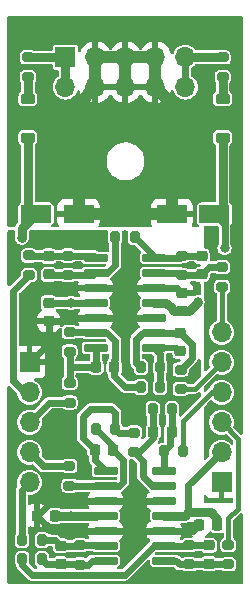
<source format=gbr>
%TF.GenerationSoftware,KiCad,Pcbnew,8.0.5*%
%TF.CreationDate,2024-11-05T23:16:52+01:00*%
%TF.ProjectId,Leveller,4c657665-6c6c-4657-922e-6b696361645f,rev?*%
%TF.SameCoordinates,Original*%
%TF.FileFunction,Copper,L1,Top*%
%TF.FilePolarity,Positive*%
%FSLAX46Y46*%
G04 Gerber Fmt 4.6, Leading zero omitted, Abs format (unit mm)*
G04 Created by KiCad (PCBNEW 8.0.5) date 2024-11-05 23:16:52*
%MOMM*%
%LPD*%
G01*
G04 APERTURE LIST*
G04 Aperture macros list*
%AMRoundRect*
0 Rectangle with rounded corners*
0 $1 Rounding radius*
0 $2 $3 $4 $5 $6 $7 $8 $9 X,Y pos of 4 corners*
0 Add a 4 corners polygon primitive as box body*
4,1,4,$2,$3,$4,$5,$6,$7,$8,$9,$2,$3,0*
0 Add four circle primitives for the rounded corners*
1,1,$1+$1,$2,$3*
1,1,$1+$1,$4,$5*
1,1,$1+$1,$6,$7*
1,1,$1+$1,$8,$9*
0 Add four rect primitives between the rounded corners*
20,1,$1+$1,$2,$3,$4,$5,0*
20,1,$1+$1,$4,$5,$6,$7,0*
20,1,$1+$1,$6,$7,$8,$9,0*
20,1,$1+$1,$8,$9,$2,$3,0*%
G04 Aperture macros list end*
%TA.AperFunction,SMDPad,CuDef*%
%ADD10RoundRect,0.200000X-0.275000X0.200000X-0.275000X-0.200000X0.275000X-0.200000X0.275000X0.200000X0*%
%TD*%
%TA.AperFunction,SMDPad,CuDef*%
%ADD11RoundRect,0.200000X0.200000X0.275000X-0.200000X0.275000X-0.200000X-0.275000X0.200000X-0.275000X0*%
%TD*%
%TA.AperFunction,SMDPad,CuDef*%
%ADD12RoundRect,0.225000X0.375000X-0.225000X0.375000X0.225000X-0.375000X0.225000X-0.375000X-0.225000X0*%
%TD*%
%TA.AperFunction,SMDPad,CuDef*%
%ADD13RoundRect,0.225000X-0.250000X0.225000X-0.250000X-0.225000X0.250000X-0.225000X0.250000X0.225000X0*%
%TD*%
%TA.AperFunction,SMDPad,CuDef*%
%ADD14RoundRect,0.200000X-0.200000X-0.275000X0.200000X-0.275000X0.200000X0.275000X-0.200000X0.275000X0*%
%TD*%
%TA.AperFunction,SMDPad,CuDef*%
%ADD15RoundRect,0.225000X0.225000X0.250000X-0.225000X0.250000X-0.225000X-0.250000X0.225000X-0.250000X0*%
%TD*%
%TA.AperFunction,ComponentPad*%
%ADD16R,1.700000X1.700000*%
%TD*%
%TA.AperFunction,ComponentPad*%
%ADD17O,1.700000X1.700000*%
%TD*%
%TA.AperFunction,SMDPad,CuDef*%
%ADD18RoundRect,0.225000X0.250000X-0.225000X0.250000X0.225000X-0.250000X0.225000X-0.250000X-0.225000X0*%
%TD*%
%TA.AperFunction,SMDPad,CuDef*%
%ADD19RoundRect,0.250000X1.050000X0.550000X-1.050000X0.550000X-1.050000X-0.550000X1.050000X-0.550000X0*%
%TD*%
%TA.AperFunction,SMDPad,CuDef*%
%ADD20RoundRect,0.200000X0.275000X-0.200000X0.275000X0.200000X-0.275000X0.200000X-0.275000X-0.200000X0*%
%TD*%
%TA.AperFunction,SMDPad,CuDef*%
%ADD21RoundRect,0.225000X-0.375000X0.225000X-0.375000X-0.225000X0.375000X-0.225000X0.375000X0.225000X0*%
%TD*%
%TA.AperFunction,SMDPad,CuDef*%
%ADD22RoundRect,0.090000X0.895000X0.210000X-0.895000X0.210000X-0.895000X-0.210000X0.895000X-0.210000X0*%
%TD*%
%TA.AperFunction,SMDPad,CuDef*%
%ADD23RoundRect,0.225000X-0.225000X-0.250000X0.225000X-0.250000X0.225000X0.250000X-0.225000X0.250000X0*%
%TD*%
%TA.AperFunction,ViaPad*%
%ADD24C,0.800000*%
%TD*%
%TA.AperFunction,Conductor*%
%ADD25C,1.000000*%
%TD*%
%TA.AperFunction,Conductor*%
%ADD26C,0.600000*%
%TD*%
%TA.AperFunction,Conductor*%
%ADD27C,0.250000*%
%TD*%
%TA.AperFunction,Conductor*%
%ADD28C,0.750000*%
%TD*%
%TA.AperFunction,Conductor*%
%ADD29C,0.400000*%
%TD*%
%TA.AperFunction,Conductor*%
%ADD30C,0.500000*%
%TD*%
G04 APERTURE END LIST*
D10*
%TO.P,R9,1*%
%TO.N,Net-(U1D--)*%
X44916000Y-80116000D03*
%TO.P,R9,2*%
%TO.N,Net-(C9-Pad1)*%
X44916000Y-81766000D03*
%TD*%
%TO.P,R18,1*%
%TO.N,Net-(U2A--)*%
X53425000Y-65257000D03*
%TO.P,R18,2*%
%TO.N,N/C*%
X53425000Y-66907000D03*
%TD*%
D11*
%TO.P,R5,1*%
%TO.N,Net-(U1D--)*%
X41677000Y-79671000D03*
%TO.P,R5,2*%
%TO.N,N/C*%
X40027000Y-79671000D03*
%TD*%
D10*
%TO.P,R25,1*%
%TO.N,Net-(U1A--)*%
X54172000Y-80101000D03*
%TO.P,R25,2*%
%TO.N,N/C*%
X54172000Y-81751000D03*
%TD*%
D11*
%TO.P,R19,1*%
%TO.N,Net-(C10-Pad1)*%
X51710000Y-65066000D03*
%TO.P,R19,2*%
%TO.N,Net-(U2A--)*%
X50060000Y-65066000D03*
%TD*%
D12*
%TO.P,D4,1,K*%
%TO.N,+12V*%
X56993000Y-45630000D03*
%TO.P,D4,2,A*%
%TO.N,N/C*%
X56993000Y-42330000D03*
%TD*%
D13*
%TO.P,C12,1*%
%TO.N,N/C*%
X53534400Y-58741400D03*
%TO.P,C12,2*%
%TO.N,+12V*%
X53534400Y-60291400D03*
%TD*%
D14*
%TO.P,R24,1*%
%TO.N,Net-(U1B--)*%
X51061000Y-68607000D03*
%TO.P,R24,2*%
%TO.N,N/C*%
X52711000Y-68607000D03*
%TD*%
D15*
%TO.P,C8,1*%
%TO.N,Net-(U1C--)*%
X47723000Y-72051000D03*
%TO.P,C8,2*%
%TO.N,N/C*%
X46173000Y-72051000D03*
%TD*%
D10*
%TO.P,R7,1*%
%TO.N,N/C*%
X44019388Y-73434815D03*
%TO.P,R7,2*%
%TO.N,Net-(U1C--)*%
X44019388Y-75084815D03*
%TD*%
D14*
%TO.P,R23,1*%
%TO.N,Net-(U1C--)*%
X46235000Y-70258000D03*
%TO.P,R23,2*%
%TO.N,N/C*%
X47885000Y-70258000D03*
%TD*%
D16*
%TO.P,J10,1,Pin_1*%
%TO.N,GND*%
X56896000Y-74803000D03*
D17*
%TO.P,J10,2,Pin_2*%
%TO.N,+12V*%
X56896000Y-72263000D03*
%TO.P,J10,3,Pin_3*%
%TO.N,N/C*%
X56896000Y-69723000D03*
%TO.P,J10,4,Pin_4*%
X56896000Y-67183000D03*
%TO.P,J10,5,Pin_5*%
X56896000Y-64643000D03*
%TO.P,J10,6,Pin_6*%
X56896000Y-62103000D03*
%TD*%
D10*
%TO.P,R17,1*%
%TO.N,Net-(U2B--)*%
X56938000Y-56595600D03*
%TO.P,R17,2*%
%TO.N,N/C*%
X56938000Y-58245600D03*
%TD*%
D18*
%TO.P,C7,1*%
%TO.N,Net-(U2B--)*%
X55203000Y-57205000D03*
%TO.P,C7,2*%
%TO.N,Net-(C7-Pad2)*%
X55203000Y-55655000D03*
%TD*%
D11*
%TO.P,R8,1*%
%TO.N,N/C*%
X53664000Y-72163000D03*
%TO.P,R8,2*%
X52014000Y-72163000D03*
%TD*%
D18*
%TO.P,C2,1*%
%TO.N,N/C*%
X55823000Y-81701000D03*
%TO.P,C2,2*%
%TO.N,Net-(U1A--)*%
X55823000Y-80151000D03*
%TD*%
D19*
%TO.P,C6,1*%
%TO.N,GND*%
X44793000Y-52080000D03*
%TO.P,C6,2*%
%TO.N,-12V*%
X41193000Y-52080000D03*
%TD*%
D20*
%TO.P,R13,1*%
%TO.N,Net-(U2B--)*%
X53552000Y-57255000D03*
%TO.P,R13,2*%
%TO.N,Net-(C7-Pad2)*%
X53552000Y-55605000D03*
%TD*%
D19*
%TO.P,C4,1*%
%TO.N,+12V*%
X56293000Y-52080000D03*
%TO.P,C4,2*%
%TO.N,GND*%
X52693000Y-52080000D03*
%TD*%
D18*
%TO.P,C13,1*%
%TO.N,Net-(U2C--)*%
X42253748Y-57208015D03*
%TO.P,C13,2*%
%TO.N,N/C*%
X42253748Y-55658015D03*
%TD*%
D21*
%TO.P,D1,1,K*%
%TO.N,N/C*%
X40493000Y-42330000D03*
%TO.P,D1,2,A*%
%TO.N,-12V*%
X40493000Y-45630000D03*
%TD*%
D20*
%TO.P,R12,1*%
%TO.N,N/C*%
X57474000Y-81751000D03*
%TO.P,R12,2*%
X57474000Y-80101000D03*
%TD*%
D15*
%TO.P,C3,1*%
%TO.N,Net-(U2D--)*%
X47803428Y-65067763D03*
%TO.P,C3,2*%
%TO.N,Net-(C3-Pad2)*%
X46253428Y-65067763D03*
%TD*%
D20*
%TO.P,R16,1*%
%TO.N,N/C*%
X40589720Y-57252385D03*
%TO.P,R16,2*%
X40589720Y-55602385D03*
%TD*%
D11*
%TO.P,R10,1*%
%TO.N,Net-(C9-Pad1)*%
X41677000Y-81322000D03*
%TO.P,R10,2*%
%TO.N,Net-(U1A--)*%
X40027000Y-81322000D03*
%TD*%
D10*
%TO.P,FB1,1*%
%TO.N,N/C*%
X40493000Y-38830000D03*
%TO.P,FB1,2*%
X40493000Y-40480000D03*
%TD*%
D18*
%TO.P,C9,1*%
%TO.N,Net-(C9-Pad1)*%
X43265000Y-81716000D03*
%TO.P,C9,2*%
%TO.N,Net-(U1D--)*%
X43265000Y-80166000D03*
%TD*%
D14*
%TO.P,R15,1*%
%TO.N,Net-(U2C--)*%
X47901000Y-54017000D03*
%TO.P,R15,2*%
%TO.N,Net-(C7-Pad2)*%
X49551000Y-54017000D03*
%TD*%
D10*
%TO.P,R6,1*%
%TO.N,N/C*%
X49488000Y-70591000D03*
%TO.P,R6,2*%
%TO.N,Net-(U1B--)*%
X49488000Y-72241000D03*
%TD*%
D15*
%TO.P,C5,1*%
%TO.N,-12V*%
X42783000Y-77634000D03*
%TO.P,C5,2*%
%TO.N,N/C*%
X41233000Y-77634000D03*
%TD*%
D13*
%TO.P,C11,1*%
%TO.N,-12V*%
X42249000Y-59605000D03*
%TO.P,C11,2*%
%TO.N,N/C*%
X42249000Y-61155000D03*
%TD*%
D18*
%TO.P,C10,1*%
%TO.N,Net-(C10-Pad1)*%
X53411789Y-63692619D03*
%TO.P,C10,2*%
%TO.N,Net-(U2A--)*%
X53411789Y-62142619D03*
%TD*%
D16*
%TO.P,J8,1,Pin_1*%
%TO.N,N/C*%
X40640000Y-64643000D03*
D17*
%TO.P,J8,2,Pin_2*%
X40640000Y-67183000D03*
%TO.P,J8,3,Pin_3*%
X40640000Y-69723000D03*
%TO.P,J8,4,Pin_4*%
X40640000Y-72263000D03*
%TO.P,J8,5,Pin_5*%
X40640000Y-74803000D03*
%TD*%
D20*
%TO.P,R22,1*%
%TO.N,N/C*%
X44027000Y-68050000D03*
%TO.P,R22,2*%
%TO.N,Net-(C3-Pad2)*%
X44027000Y-66400000D03*
%TD*%
D22*
%TO.P,U2,1*%
%TO.N,Net-(C10-Pad1)*%
X51191280Y-63410000D03*
%TO.P,U2,2,-*%
%TO.N,Net-(U2A--)*%
X51191280Y-62140000D03*
%TO.P,U2,3,+*%
%TO.N,N/C*%
X51191280Y-60870000D03*
%TO.P,U2,4,V+*%
%TO.N,+12V*%
X51191280Y-59600000D03*
%TO.P,U2,5,+*%
%TO.N,N/C*%
X51191280Y-58330000D03*
%TO.P,U2,6,-*%
%TO.N,Net-(U2B--)*%
X51191280Y-57060000D03*
%TO.P,U2,7*%
%TO.N,Net-(C7-Pad2)*%
X51191280Y-55790000D03*
%TO.P,U2,8*%
%TO.N,N/C*%
X46241280Y-55790000D03*
%TO.P,U2,9,-*%
%TO.N,Net-(U2C--)*%
X46241280Y-57060000D03*
%TO.P,U2,10,+*%
%TO.N,N/C*%
X46241280Y-58330000D03*
%TO.P,U2,11,V-*%
%TO.N,-12V*%
X46241280Y-59600000D03*
%TO.P,U2,12,+*%
%TO.N,N/C*%
X46241280Y-60870000D03*
%TO.P,U2,13,-*%
%TO.N,Net-(U2D--)*%
X46241280Y-62140000D03*
%TO.P,U2,14*%
%TO.N,Net-(C3-Pad2)*%
X46241280Y-63410000D03*
%TD*%
D10*
%TO.P,FB2,1*%
%TO.N,N/C*%
X56993000Y-38830000D03*
%TO.P,FB2,2*%
X56993000Y-40480000D03*
%TD*%
%TO.P,R14,1*%
%TO.N,N/C*%
X43900000Y-55605000D03*
%TO.P,R14,2*%
%TO.N,Net-(U2C--)*%
X43900000Y-57255000D03*
%TD*%
D16*
%TO.P,J6,1,Pin_1*%
%TO.N,N/C*%
X43668000Y-38805000D03*
D17*
%TO.P,J6,2,Pin_2*%
X43668000Y-41345000D03*
%TO.P,J6,3,Pin_3*%
%TO.N,GND*%
X46208000Y-38805000D03*
%TO.P,J6,4,Pin_4*%
X46208000Y-41345000D03*
%TO.P,J6,5,Pin_5*%
X48748000Y-38805000D03*
%TO.P,J6,6,Pin_6*%
X48748000Y-41345000D03*
%TO.P,J6,7,Pin_7*%
X51288000Y-38805000D03*
%TO.P,J6,8,Pin_8*%
X51288000Y-41345000D03*
%TO.P,J6,9,Pin_9*%
%TO.N,N/C*%
X53828000Y-38805000D03*
%TO.P,J6,10,Pin_10*%
X53828000Y-41345000D03*
%TD*%
D23*
%TO.P,C1,1*%
%TO.N,N/C*%
X54988280Y-78396000D03*
%TO.P,C1,2*%
%TO.N,+12V*%
X56538280Y-78396000D03*
%TD*%
D22*
%TO.P,U1,1*%
%TO.N,N/C*%
X52025000Y-81444000D03*
%TO.P,U1,2,-*%
%TO.N,Net-(U1A--)*%
X52025000Y-80174000D03*
%TO.P,U1,3,+*%
%TO.N,N/C*%
X52025000Y-78904000D03*
%TO.P,U1,4,V+*%
%TO.N,+12V*%
X52025000Y-77634000D03*
%TO.P,U1,5,+*%
%TO.N,N/C*%
X52025000Y-76364000D03*
%TO.P,U1,6,-*%
%TO.N,Net-(U1B--)*%
X52025000Y-75094000D03*
%TO.P,U1,7*%
%TO.N,N/C*%
X52025000Y-73824000D03*
%TO.P,U1,8*%
X47075000Y-73824000D03*
%TO.P,U1,9,-*%
%TO.N,Net-(U1C--)*%
X47075000Y-75094000D03*
%TO.P,U1,10,+*%
%TO.N,N/C*%
X47075000Y-76364000D03*
%TO.P,U1,11,V-*%
%TO.N,-12V*%
X47075000Y-77634000D03*
%TO.P,U1,12,+*%
%TO.N,N/C*%
X47075000Y-78904000D03*
%TO.P,U1,13,-*%
%TO.N,Net-(U1D--)*%
X47075000Y-80174000D03*
%TO.P,U1,14*%
%TO.N,Net-(C9-Pad1)*%
X47075000Y-81444000D03*
%TD*%
D14*
%TO.P,R20,1*%
%TO.N,Net-(U2D--)*%
X50060000Y-66717000D03*
%TO.P,R20,2*%
%TO.N,Net-(C10-Pad1)*%
X51710000Y-66717000D03*
%TD*%
D20*
%TO.P,R21,1*%
%TO.N,Net-(C3-Pad2)*%
X44027000Y-63732000D03*
%TO.P,R21,2*%
%TO.N,Net-(U2D--)*%
X44027000Y-62082000D03*
%TD*%
D23*
%TO.P,C14,1*%
%TO.N,Net-(U1B--)*%
X51111000Y-70512000D03*
%TO.P,C14,2*%
%TO.N,N/C*%
X52661000Y-70512000D03*
%TD*%
D24*
%TO.N,-12V*%
X39993000Y-54080000D03*
%TO.N,+12V*%
X54864000Y-59563000D03*
%TO.N,*%
X42926000Y-76364000D03*
%TO.N,+12V*%
X57150000Y-54991000D03*
%TO.N,*%
X42249000Y-62865000D03*
%TO.N,-12V*%
X44154000Y-77634000D03*
%TO.N,GND*%
X52693000Y-48641000D03*
%TO.N,-12V*%
X44154000Y-59600000D03*
%TD*%
D25*
%TO.N,GND*%
X46208000Y-38805000D02*
X51288000Y-38805000D01*
X48748000Y-38805000D02*
X48748000Y-41345000D01*
X44793000Y-42760000D02*
X44793000Y-52080000D01*
X52693000Y-52080000D02*
X44793000Y-52080000D01*
X51288000Y-41345000D02*
X52693000Y-42750000D01*
X46208000Y-38805000D02*
X46208000Y-41345000D01*
X51288000Y-38805000D02*
X51288000Y-41345000D01*
X52693000Y-48641000D02*
X52693000Y-52080000D01*
X52693000Y-42750000D02*
X52693000Y-48641000D01*
X46208000Y-41345000D02*
X44793000Y-42760000D01*
D26*
%TO.N,*%
X48218000Y-70591000D02*
X47885000Y-70258000D01*
D27*
X46186000Y-72813000D02*
X46173000Y-72800000D01*
D26*
X47075000Y-73824000D02*
X46186000Y-72935000D01*
X49488000Y-70591000D02*
X48218000Y-70591000D01*
X46173000Y-72051000D02*
X45155000Y-71033000D01*
X47885000Y-70258000D02*
X47885000Y-68924000D01*
X47885000Y-68924000D02*
X47568000Y-68607000D01*
X45790000Y-68607000D02*
X47568000Y-68607000D01*
%TO.N,Net-(U1B--)*%
X49488000Y-72241000D02*
X49903000Y-72241000D01*
D28*
%TO.N,-12V*%
X39993000Y-53280000D02*
X41193000Y-52080000D01*
D26*
%TO.N,Net-(U1B--)*%
X51040001Y-75094000D02*
X50235000Y-74288999D01*
%TO.N,Net-(U1D--)*%
X41677000Y-79671000D02*
X42770000Y-79671000D01*
%TO.N,*%
X55074000Y-81701000D02*
X55823000Y-81701000D01*
X53346000Y-81751000D02*
X54172000Y-81751000D01*
%TO.N,Net-(U1B--)*%
X51111000Y-71033000D02*
X51111000Y-70512000D01*
%TO.N,*%
X55823000Y-81701000D02*
X57424000Y-81701000D01*
D27*
X54998000Y-81751000D02*
X55061000Y-81688000D01*
D26*
X54172000Y-81751000D02*
X54998000Y-81751000D01*
D28*
%TO.N,-12V*%
X40493000Y-45630000D02*
X40493000Y-51380000D01*
D26*
X46241280Y-59600000D02*
X44154000Y-59600000D01*
D28*
X39993000Y-54080000D02*
X39993000Y-53280000D01*
D27*
X40493000Y-51380000D02*
X41193000Y-52080000D01*
D26*
%TO.N,Net-(U1D--)*%
X42770000Y-79671000D02*
X43265000Y-80166000D01*
X43265000Y-80166000D02*
X44866000Y-80166000D01*
%TO.N,*%
X53039000Y-81444000D02*
X53346000Y-81751000D01*
%TO.N,Net-(U1B--)*%
X51111000Y-70512000D02*
X51111000Y-68657000D01*
X50235000Y-74288999D02*
X50235000Y-72988000D01*
%TO.N,-12V*%
X44154000Y-59600000D02*
X42254000Y-59600000D01*
D28*
X42757000Y-77634000D02*
X44154000Y-77634000D01*
D26*
%TO.N,Net-(U1B--)*%
X50235000Y-72988000D02*
X49488000Y-72241000D01*
%TO.N,Net-(U1A--)*%
X48688000Y-82630000D02*
X51144000Y-80174000D01*
%TO.N,Net-(C3-Pad2)*%
X44027000Y-66400000D02*
X44027000Y-63732000D01*
X44147237Y-65067763D02*
X44027000Y-65188000D01*
X46253428Y-65067763D02*
X44147237Y-65067763D01*
X46253428Y-65067763D02*
X46253428Y-63422148D01*
%TO.N,Net-(U1D--)*%
X44916000Y-80116000D02*
X47017000Y-80116000D01*
D27*
%TO.N,*%
X52025000Y-81444000D02*
X53039000Y-81444000D01*
D26*
%TO.N,Net-(U1B--)*%
X49903000Y-72241000D02*
X51111000Y-71033000D01*
D27*
X52025000Y-75094000D02*
X51040001Y-75094000D01*
%TO.N,*%
X55061000Y-81688000D02*
X55074000Y-81701000D01*
D26*
%TO.N,+12V*%
X57150000Y-52937000D02*
X57150000Y-54991000D01*
D28*
X52715280Y-60081280D02*
X52234000Y-59600000D01*
X53534400Y-60291400D02*
X54135600Y-60291400D01*
X53806000Y-77634000D02*
X54094000Y-77346000D01*
X55963280Y-77346000D02*
X56538280Y-77921000D01*
X54094000Y-77346000D02*
X55963280Y-77346000D01*
D26*
X56293000Y-52080000D02*
X57150000Y-52937000D01*
D28*
X52898680Y-60291400D02*
X52715280Y-60108000D01*
X54135600Y-60291400D02*
X54864000Y-59563000D01*
D26*
X54094000Y-75065000D02*
X54094000Y-77346000D01*
D27*
X56993000Y-51380000D02*
X56293000Y-52080000D01*
D28*
X52234000Y-59600000D02*
X51191280Y-59600000D01*
D26*
X56896000Y-72263000D02*
X54094000Y-75065000D01*
D28*
%TO.N,-12V*%
X44154000Y-77634000D02*
X46293000Y-77634000D01*
%TO.N,*%
X40493000Y-38830000D02*
X43643000Y-38830000D01*
X43668000Y-41345000D02*
X43668000Y-38805000D01*
%TO.N,+12V*%
X52715280Y-60108000D02*
X52715280Y-60081280D01*
X56538280Y-77921000D02*
X56538280Y-78396000D01*
%TO.N,*%
X40493000Y-40480000D02*
X40493000Y-42330000D01*
%TO.N,+12V*%
X53806000Y-77634000D02*
X52025000Y-77634000D01*
X56993000Y-45630000D02*
X56993000Y-51380000D01*
X53534400Y-60291400D02*
X52898680Y-60291400D01*
D26*
%TO.N,*%
X47075000Y-78904000D02*
X52025000Y-78904000D01*
X45155000Y-71033000D02*
X45155000Y-69242000D01*
D27*
X46186000Y-72935000D02*
X46186000Y-72813000D01*
D26*
X41233000Y-77634000D02*
X42503000Y-76364000D01*
X46241280Y-58330000D02*
X48514000Y-58330000D01*
X42249000Y-62865000D02*
X42249000Y-63034000D01*
X42926000Y-76364000D02*
X47075000Y-76364000D01*
X53123000Y-58330000D02*
X53534400Y-58741400D01*
X42503000Y-76364000D02*
X42926000Y-76364000D01*
X46241280Y-60870000D02*
X48514000Y-60870000D01*
X42503000Y-78904000D02*
X47075000Y-78904000D01*
X48514000Y-58330000D02*
X48514000Y-60870000D01*
X52025000Y-78904000D02*
X54480280Y-78904000D01*
X44079280Y-60870000D02*
X46241280Y-60870000D01*
X47075000Y-76364000D02*
X52025000Y-76364000D01*
X45155000Y-69242000D02*
X45790000Y-68607000D01*
X48514000Y-58330000D02*
X51191280Y-58330000D01*
X43794280Y-61155000D02*
X44079280Y-60870000D01*
X42249000Y-61155000D02*
X42249000Y-62865000D01*
X41233000Y-77634000D02*
X42503000Y-78904000D01*
X42249000Y-63034000D02*
X41233000Y-64050000D01*
X51191280Y-58330000D02*
X53123000Y-58330000D01*
X54480280Y-78904000D02*
X54988280Y-78396000D01*
X42249000Y-61155000D02*
X43794280Y-61155000D01*
X46173000Y-72800000D02*
X46173000Y-72051000D01*
X48514000Y-60870000D02*
X51191280Y-60870000D01*
X42312000Y-68051000D02*
X40640000Y-69723000D01*
X41811815Y-73434815D02*
X40640000Y-72263000D01*
X52014000Y-72163000D02*
X52521000Y-71656000D01*
X40027000Y-75416000D02*
X40640000Y-74803000D01*
X39253280Y-66204000D02*
X40232280Y-67183000D01*
X52025000Y-73824000D02*
X52025000Y-72492000D01*
X40589720Y-57252385D02*
X39253280Y-58588825D01*
X42312000Y-68051000D02*
X43900000Y-68051000D01*
X52661000Y-70512000D02*
X52661000Y-68657000D01*
X52521000Y-71656000D02*
X52521000Y-70652000D01*
D27*
X46056280Y-55605000D02*
X46241280Y-55790000D01*
D26*
X42253748Y-55658015D02*
X40645350Y-55658015D01*
X43900000Y-55605000D02*
X46056280Y-55605000D01*
X43900000Y-55605000D02*
X42306763Y-55605000D01*
X44019388Y-73434815D02*
X41811815Y-73434815D01*
X40027000Y-79671000D02*
X40027000Y-75416000D01*
X39253280Y-58588825D02*
X39253280Y-66204000D01*
%TO.N,Net-(C10-Pad1)*%
X51710000Y-66717000D02*
X51710000Y-65066000D01*
%TO.N,Net-(U2D--)*%
X44027000Y-62082000D02*
X46183280Y-62082000D01*
D29*
%TO.N,*%
X58303280Y-77037490D02*
X58303280Y-71130280D01*
X56054280Y-67183000D02*
X56896000Y-67183000D01*
D26*
%TO.N,Net-(U2D--)*%
X47889280Y-62803001D02*
X47226279Y-62140000D01*
D29*
%TO.N,*%
X54632000Y-66907000D02*
X56896000Y-64643000D01*
D26*
%TO.N,Net-(C10-Pad1)*%
X51710000Y-63928720D02*
X51191280Y-63410000D01*
%TO.N,Net-(U2D--)*%
X47889280Y-64378720D02*
X47889280Y-62803001D01*
D29*
%TO.N,*%
X53664000Y-72163000D02*
X53664000Y-69573280D01*
D26*
%TO.N,Net-(U2D--)*%
X47803428Y-65067763D02*
X47803428Y-65794428D01*
D29*
%TO.N,*%
X57474000Y-80101000D02*
X57474000Y-77866770D01*
X53664000Y-69573280D02*
X56054280Y-67183000D01*
D26*
%TO.N,Net-(U2D--)*%
X47803428Y-65794428D02*
X48726000Y-66717000D01*
X47803428Y-64464572D02*
X47889280Y-64378720D01*
D27*
X47226279Y-62140000D02*
X46241280Y-62140000D01*
D30*
%TO.N,Net-(C10-Pad1)*%
X51191280Y-63410000D02*
X53129170Y-63410000D01*
D26*
%TO.N,Net-(U2C--)*%
X43900000Y-57255000D02*
X42300733Y-57255000D01*
D30*
%TO.N,Net-(C10-Pad1)*%
X53129170Y-63410000D02*
X53411789Y-63692619D01*
D26*
%TO.N,Net-(U2D--)*%
X48726000Y-66717000D02*
X50060000Y-66717000D01*
D29*
%TO.N,*%
X53425000Y-66907000D02*
X54632000Y-66907000D01*
X57474000Y-77866770D02*
X58303280Y-77037490D01*
X58303280Y-71130280D02*
X56896000Y-69723000D01*
X56938000Y-58245600D02*
X56938000Y-62061000D01*
D26*
%TO.N,Net-(C10-Pad1)*%
X51710000Y-65066000D02*
X51710000Y-63928720D01*
%TO.N,Net-(U2D--)*%
X47803428Y-65067763D02*
X47803428Y-64464572D01*
D29*
%TO.N,*%
X56938000Y-62061000D02*
X56896000Y-62103000D01*
D26*
%TO.N,Net-(U1C--)*%
X48223000Y-75094000D02*
X47075000Y-75094000D01*
%TO.N,Net-(U1A--)*%
X40027000Y-81830000D02*
X40827000Y-82630000D01*
X54172000Y-80101000D02*
X55773000Y-80101000D01*
%TO.N,Net-(C7-Pad2)*%
X51191280Y-55790000D02*
X53367000Y-55790000D01*
%TO.N,Net-(U2A--)*%
X51191280Y-62140000D02*
X53409170Y-62140000D01*
%TO.N,Net-(U1C--)*%
X46293000Y-75094000D02*
X44028573Y-75094000D01*
%TO.N,Net-(U1A--)*%
X40827000Y-82630000D02*
X48688000Y-82630000D01*
%TO.N,*%
X53828000Y-41345000D02*
X53828000Y-38805000D01*
%TO.N,Net-(U1C--)*%
X46293000Y-75094000D02*
X47277999Y-75094000D01*
%TO.N,Net-(U2C--)*%
X47226279Y-57060000D02*
X47901000Y-56385279D01*
%TO.N,Net-(C9-Pad1)*%
X47075000Y-81444000D02*
X45937000Y-81444000D01*
%TO.N,Net-(U1C--)*%
X47723000Y-72051000D02*
X47723000Y-71746000D01*
%TO.N,Net-(U2B--)*%
X56938000Y-56595600D02*
X55812400Y-56595600D01*
%TO.N,Net-(C7-Pad2)*%
X51191280Y-55657280D02*
X49551000Y-54017000D01*
%TO.N,Net-(C9-Pad1)*%
X42071000Y-81716000D02*
X41677000Y-81322000D01*
X45615000Y-81766000D02*
X44916000Y-81766000D01*
%TO.N,Net-(U2B--)*%
X51191280Y-57060000D02*
X53357000Y-57060000D01*
%TO.N,Net-(U2A--)*%
X54386789Y-63117619D02*
X53411789Y-62142619D01*
D28*
%TO.N,*%
X56993000Y-40480000D02*
X56993000Y-42330000D01*
D26*
%TO.N,Net-(U2B--)*%
X53552000Y-57255000D02*
X55153000Y-57255000D01*
%TO.N,Net-(U2A--)*%
X54386789Y-64295211D02*
X54386789Y-63117619D01*
%TO.N,Net-(U1C--)*%
X48560000Y-72888000D02*
X48560000Y-74757000D01*
X47723000Y-71746000D02*
X46235000Y-70258000D01*
%TO.N,Net-(U2A--)*%
X53425000Y-65257000D02*
X54386789Y-64295211D01*
%TO.N,Net-(U1C--)*%
X48560000Y-74757000D02*
X48223000Y-75094000D01*
X47723000Y-72051000D02*
X48560000Y-72888000D01*
%TO.N,Net-(U2C--)*%
X47901000Y-56385279D02*
X47901000Y-54017000D01*
D27*
X46046280Y-57255000D02*
X46241280Y-57060000D01*
D26*
%TO.N,Net-(C7-Pad2)*%
X53552000Y-55605000D02*
X55153000Y-55605000D01*
D27*
%TO.N,Net-(U2C--)*%
X46241280Y-57060000D02*
X47226279Y-57060000D01*
D28*
%TO.N,*%
X53828000Y-38805000D02*
X56968000Y-38805000D01*
D26*
%TO.N,Net-(U1A--)*%
X51144000Y-80174000D02*
X52025000Y-80174000D01*
%TO.N,Net-(U2C--)*%
X43900000Y-57255000D02*
X46046280Y-57255000D01*
%TO.N,Net-(C9-Pad1)*%
X43265000Y-81716000D02*
X42071000Y-81716000D01*
X45937000Y-81444000D02*
X45615000Y-81766000D01*
X43265000Y-81716000D02*
X44866000Y-81716000D01*
%TO.N,Net-(U1A--)*%
X52025000Y-80174000D02*
X54099000Y-80174000D01*
%TO.N,Net-(U2A--)*%
X49667280Y-64673280D02*
X49667280Y-62679001D01*
X50060000Y-65066000D02*
X49667280Y-64673280D01*
%TO.N,Net-(U2B--)*%
X55812400Y-56595600D02*
X55203000Y-57205000D01*
%TO.N,Net-(U2A--)*%
X49667280Y-62679001D02*
X50206281Y-62140000D01*
D27*
X50206281Y-62140000D02*
X51191280Y-62140000D01*
%TD*%
%TA.AperFunction,NonConductor*%
G36*
X54694834Y-57775185D02*
G01*
X54699555Y-57778412D01*
X54699777Y-57778525D01*
X54699780Y-57778528D01*
X54819874Y-57839719D01*
X54819876Y-57839719D01*
X54819878Y-57839720D01*
X54919507Y-57855500D01*
X54994000Y-57855500D01*
X55061039Y-57875185D01*
X55106794Y-57927989D01*
X55118000Y-57979500D01*
X55118000Y-58849363D01*
X55098315Y-58916402D01*
X55045511Y-58962157D01*
X54977815Y-58972302D01*
X54973356Y-58971715D01*
X54946487Y-58968177D01*
X54864001Y-58957318D01*
X54863999Y-58957318D01*
X54707239Y-58977955D01*
X54707234Y-58977957D01*
X54634385Y-59008132D01*
X54564916Y-59015601D01*
X54516570Y-58991400D01*
X53408400Y-58991400D01*
X53341361Y-58971715D01*
X53295606Y-58918911D01*
X53284400Y-58867400D01*
X53284400Y-58615400D01*
X53304085Y-58548361D01*
X53356889Y-58502606D01*
X53408400Y-58491400D01*
X54509399Y-58491400D01*
X54509399Y-58468092D01*
X54509398Y-58468077D01*
X54499255Y-58368792D01*
X54445947Y-58207918D01*
X54445942Y-58207907D01*
X54356975Y-58063671D01*
X54356972Y-58063667D01*
X54260486Y-57967181D01*
X54227001Y-57905858D01*
X54231985Y-57836166D01*
X54273857Y-57780233D01*
X54339321Y-57755816D01*
X54348167Y-57755500D01*
X54627795Y-57755500D01*
X54694834Y-57775185D01*
G37*
%TD.AperFunction*%
%TA.AperFunction,NonConductor*%
G36*
X39360539Y-53486685D02*
G01*
X39406294Y-53539489D01*
X39417500Y-53591000D01*
X39417500Y-53875530D01*
X39409598Y-53915259D01*
X39410060Y-53915383D01*
X39408171Y-53922431D01*
X39408063Y-53922978D01*
X39407956Y-53923235D01*
X39387318Y-54079998D01*
X39387318Y-54080001D01*
X39407955Y-54236760D01*
X39407956Y-54236762D01*
X39443891Y-54323518D01*
X39468464Y-54382841D01*
X39564718Y-54508282D01*
X39690159Y-54604536D01*
X39836238Y-54665044D01*
X39914619Y-54675363D01*
X39992999Y-54685682D01*
X39993000Y-54685682D01*
X39993001Y-54685682D01*
X40054040Y-54677646D01*
X40149762Y-54665044D01*
X40295841Y-54604536D01*
X40421282Y-54508282D01*
X40517536Y-54382841D01*
X40578044Y-54236762D01*
X40598682Y-54080000D01*
X40578044Y-53923238D01*
X40578043Y-53923235D01*
X40577937Y-53922978D01*
X40577828Y-53922431D01*
X40575940Y-53915383D01*
X40576401Y-53915259D01*
X40568500Y-53875530D01*
X40568500Y-53591000D01*
X40588185Y-53523961D01*
X40640989Y-53478206D01*
X40692500Y-53467000D01*
X47193878Y-53467000D01*
X47260917Y-53486685D01*
X47306672Y-53539489D01*
X47316616Y-53608647D01*
X47316351Y-53610398D01*
X47300500Y-53710475D01*
X47300500Y-54323517D01*
X47309896Y-54382839D01*
X47315354Y-54417304D01*
X47361710Y-54508282D01*
X47372949Y-54530340D01*
X47376819Y-54535666D01*
X47400298Y-54601473D01*
X47400500Y-54608551D01*
X47400500Y-55188805D01*
X47380815Y-55255844D01*
X47328011Y-55301599D01*
X47258853Y-55311543D01*
X47226416Y-55302240D01*
X47203947Y-55292319D01*
X47203942Y-55292318D01*
X47179654Y-55289500D01*
X47179653Y-55289500D01*
X46499956Y-55289500D01*
X46432917Y-55269815D01*
X46412275Y-55253181D01*
X46363596Y-55204502D01*
X46363594Y-55204500D01*
X46298050Y-55166658D01*
X46249467Y-55138608D01*
X46184479Y-55121195D01*
X46122172Y-55104500D01*
X46122171Y-55104500D01*
X44491552Y-55104500D01*
X44424513Y-55084815D01*
X44418671Y-55080821D01*
X44413346Y-55076953D01*
X44413343Y-55076951D01*
X44413342Y-55076950D01*
X44308037Y-55023294D01*
X44300301Y-55019352D01*
X44206524Y-55004500D01*
X43593482Y-55004500D01*
X43516220Y-55016737D01*
X43499696Y-55019354D01*
X43386658Y-55076950D01*
X43386657Y-55076950D01*
X43386653Y-55076953D01*
X43381329Y-55080821D01*
X43315522Y-55104298D01*
X43308448Y-55104500D01*
X42824803Y-55104500D01*
X42766453Y-55087366D01*
X42765663Y-55088918D01*
X42756969Y-55084488D01*
X42756968Y-55084487D01*
X42636874Y-55023296D01*
X42636872Y-55023295D01*
X42636869Y-55023294D01*
X42537241Y-55007515D01*
X42537236Y-55007515D01*
X41970260Y-55007515D01*
X41970255Y-55007515D01*
X41870626Y-55023294D01*
X41750526Y-55084488D01*
X41750523Y-55084490D01*
X41713820Y-55121195D01*
X41652497Y-55154681D01*
X41626138Y-55157515D01*
X41237604Y-55157515D01*
X41170565Y-55137830D01*
X41149922Y-55121195D01*
X41103066Y-55074338D01*
X41103064Y-55074337D01*
X41103062Y-55074335D01*
X40996972Y-55020279D01*
X40990021Y-55016737D01*
X40896244Y-55001885D01*
X40283202Y-55001885D01*
X40202239Y-55014708D01*
X40189416Y-55016739D01*
X40076378Y-55074335D01*
X40076377Y-55074336D01*
X40076372Y-55074339D01*
X39986674Y-55164037D01*
X39986671Y-55164042D01*
X39929072Y-55277083D01*
X39914220Y-55370860D01*
X39914220Y-55833902D01*
X39925012Y-55902042D01*
X39929074Y-55927689D01*
X39986670Y-56040727D01*
X39986672Y-56040729D01*
X39986674Y-56040732D01*
X40076372Y-56130430D01*
X40076374Y-56130431D01*
X40076378Y-56130435D01*
X40170122Y-56178200D01*
X40189418Y-56188032D01*
X40283195Y-56202884D01*
X40283201Y-56202885D01*
X40896238Y-56202884D01*
X40990024Y-56188031D01*
X41021428Y-56172030D01*
X41077722Y-56158515D01*
X41626138Y-56158515D01*
X41693177Y-56178200D01*
X41713820Y-56194835D01*
X41750523Y-56231539D01*
X41750526Y-56231541D01*
X41750528Y-56231543D01*
X41870622Y-56292734D01*
X41870624Y-56292734D01*
X41870626Y-56292735D01*
X41970255Y-56308515D01*
X41970260Y-56308515D01*
X42537241Y-56308515D01*
X42636869Y-56292735D01*
X42636869Y-56292734D01*
X42636874Y-56292734D01*
X42756968Y-56231543D01*
X42846693Y-56141817D01*
X42908014Y-56108334D01*
X42934373Y-56105500D01*
X43308448Y-56105500D01*
X43375487Y-56125185D01*
X43381329Y-56129179D01*
X43386653Y-56133046D01*
X43386655Y-56133047D01*
X43386658Y-56133050D01*
X43494562Y-56188030D01*
X43499698Y-56190647D01*
X43593475Y-56205499D01*
X43593481Y-56205500D01*
X44206518Y-56205499D01*
X44300304Y-56190646D01*
X44413342Y-56133050D01*
X44413346Y-56133046D01*
X44418671Y-56129179D01*
X44484478Y-56105702D01*
X44491552Y-56105500D01*
X44994967Y-56105500D01*
X45062006Y-56125185D01*
X45097268Y-56159425D01*
X45102465Y-56167013D01*
X45102467Y-56167016D01*
X45179264Y-56243813D01*
X45278618Y-56287682D01*
X45302907Y-56290500D01*
X46988603Y-56290499D01*
X47055642Y-56310184D01*
X47101397Y-56362987D01*
X47111341Y-56432146D01*
X47082316Y-56495702D01*
X47076284Y-56502180D01*
X47055283Y-56523181D01*
X46993960Y-56556666D01*
X46967602Y-56559500D01*
X45302914Y-56559500D01*
X45302891Y-56559502D01*
X45278620Y-56562317D01*
X45278617Y-56562318D01*
X45179264Y-56606186D01*
X45102467Y-56682983D01*
X45095974Y-56692463D01*
X45094402Y-56691386D01*
X45058443Y-56733961D01*
X44991657Y-56754490D01*
X44990092Y-56754500D01*
X44491552Y-56754500D01*
X44424513Y-56734815D01*
X44418671Y-56730821D01*
X44413346Y-56726953D01*
X44413343Y-56726951D01*
X44413342Y-56726950D01*
X44337481Y-56688297D01*
X44300301Y-56669352D01*
X44206524Y-56654500D01*
X43593482Y-56654500D01*
X43516220Y-56666737D01*
X43499696Y-56669354D01*
X43386658Y-56726950D01*
X43386657Y-56726950D01*
X43386653Y-56726953D01*
X43381329Y-56730821D01*
X43315522Y-56754298D01*
X43308448Y-56754500D01*
X42928344Y-56754500D01*
X42861305Y-56734815D01*
X42840663Y-56718181D01*
X42756973Y-56634491D01*
X42756969Y-56634488D01*
X42756968Y-56634487D01*
X42636874Y-56573296D01*
X42636872Y-56573295D01*
X42636869Y-56573294D01*
X42537241Y-56557515D01*
X42537236Y-56557515D01*
X41970260Y-56557515D01*
X41970255Y-56557515D01*
X41870626Y-56573294D01*
X41870622Y-56573295D01*
X41870622Y-56573296D01*
X41830756Y-56593609D01*
X41750526Y-56634488D01*
X41750522Y-56634491D01*
X41655224Y-56729789D01*
X41655221Y-56729793D01*
X41594027Y-56849893D01*
X41578248Y-56949521D01*
X41578248Y-57466508D01*
X41594027Y-57566136D01*
X41594028Y-57566139D01*
X41594029Y-57566141D01*
X41653684Y-57683220D01*
X41655221Y-57686236D01*
X41655224Y-57686240D01*
X41750522Y-57781538D01*
X41750525Y-57781540D01*
X41750528Y-57781543D01*
X41870622Y-57842734D01*
X41870624Y-57842734D01*
X41870626Y-57842735D01*
X41970255Y-57858515D01*
X41970260Y-57858515D01*
X42537241Y-57858515D01*
X42636869Y-57842735D01*
X42636869Y-57842734D01*
X42636874Y-57842734D01*
X42756968Y-57781543D01*
X42756973Y-57781537D01*
X42760219Y-57779181D01*
X42764833Y-57777534D01*
X42765663Y-57777112D01*
X42765717Y-57777219D01*
X42826026Y-57755702D01*
X42833103Y-57755500D01*
X43308448Y-57755500D01*
X43375487Y-57775185D01*
X43381329Y-57779179D01*
X43386653Y-57783046D01*
X43386655Y-57783047D01*
X43386658Y-57783050D01*
X43490904Y-57836166D01*
X43499698Y-57840647D01*
X43593475Y-57855499D01*
X43593481Y-57855500D01*
X44206518Y-57855499D01*
X44300304Y-57840646D01*
X44413342Y-57783050D01*
X44413346Y-57783046D01*
X44418671Y-57779179D01*
X44484478Y-57755702D01*
X44491552Y-57755500D01*
X44673070Y-57755500D01*
X44740109Y-57775185D01*
X44785864Y-57827989D01*
X44795808Y-57897147D01*
X44787631Y-57926952D01*
X44771467Y-57965975D01*
X44771466Y-57965979D01*
X44756454Y-58080000D01*
X47726105Y-58080000D01*
X47711093Y-57965979D01*
X47711092Y-57965975D01*
X47651646Y-57822458D01*
X47651646Y-57822457D01*
X47557071Y-57699205D01*
X47516701Y-57668229D01*
X47475498Y-57611801D01*
X47471343Y-57542055D01*
X47505555Y-57481135D01*
X47530185Y-57462467D01*
X47533593Y-57460500D01*
X48301500Y-56692593D01*
X48367392Y-56578465D01*
X48401500Y-56451171D01*
X48401500Y-56319386D01*
X48401500Y-54608551D01*
X48421185Y-54541512D01*
X48425181Y-54535666D01*
X48429044Y-54530347D01*
X48429050Y-54530342D01*
X48486646Y-54417304D01*
X48486646Y-54417302D01*
X48486647Y-54417301D01*
X48501499Y-54323524D01*
X48501500Y-54323519D01*
X48501499Y-53710482D01*
X48486646Y-53616696D01*
X48486645Y-53616694D01*
X48485648Y-53610397D01*
X48494604Y-53541103D01*
X48539601Y-53487652D01*
X48606353Y-53467013D01*
X48608122Y-53467000D01*
X48843878Y-53467000D01*
X48910917Y-53486685D01*
X48956672Y-53539489D01*
X48966616Y-53608647D01*
X48966351Y-53610398D01*
X48950500Y-53710475D01*
X48950500Y-54323517D01*
X48959896Y-54382839D01*
X48965354Y-54417304D01*
X49022950Y-54530342D01*
X49022952Y-54530344D01*
X49022954Y-54530347D01*
X49112652Y-54620045D01*
X49112654Y-54620046D01*
X49112658Y-54620050D01*
X49225696Y-54677646D01*
X49225698Y-54677647D01*
X49319475Y-54692499D01*
X49319481Y-54692500D01*
X49467322Y-54692499D01*
X49534362Y-54712183D01*
X49555004Y-54728818D01*
X50058137Y-55231951D01*
X50091622Y-55293274D01*
X50086638Y-55362966D01*
X50058140Y-55407310D01*
X50052468Y-55412981D01*
X50052467Y-55412983D01*
X50008598Y-55512335D01*
X50008598Y-55512337D01*
X50005780Y-55536625D01*
X50005780Y-56043365D01*
X50005782Y-56043388D01*
X50008597Y-56067659D01*
X50008598Y-56067662D01*
X50052466Y-56167015D01*
X50052467Y-56167016D01*
X50129264Y-56243813D01*
X50228618Y-56287682D01*
X50252907Y-56290500D01*
X51110945Y-56290499D01*
X51110955Y-56290500D01*
X51125388Y-56290500D01*
X53432890Y-56290500D01*
X53432892Y-56290500D01*
X53560186Y-56256392D01*
X53619560Y-56222112D01*
X53681561Y-56205499D01*
X53858517Y-56205499D01*
X53858518Y-56205499D01*
X53952304Y-56190646D01*
X54065342Y-56133050D01*
X54065346Y-56133046D01*
X54070671Y-56129179D01*
X54136478Y-56105702D01*
X54143552Y-56105500D01*
X54525389Y-56105500D01*
X54592428Y-56125185D01*
X54613070Y-56141819D01*
X54699774Y-56228523D01*
X54699778Y-56228526D01*
X54699780Y-56228528D01*
X54819874Y-56289719D01*
X54819876Y-56289719D01*
X54819878Y-56289720D01*
X54919507Y-56305500D01*
X54919512Y-56305500D01*
X54994000Y-56305500D01*
X55061039Y-56325185D01*
X55106794Y-56377989D01*
X55118000Y-56429500D01*
X55118000Y-56430500D01*
X55098315Y-56497539D01*
X55045511Y-56543294D01*
X54994000Y-56554500D01*
X54919507Y-56554500D01*
X54819878Y-56570279D01*
X54699778Y-56631473D01*
X54699774Y-56631476D01*
X54613070Y-56718181D01*
X54551747Y-56751666D01*
X54525389Y-56754500D01*
X54143552Y-56754500D01*
X54076513Y-56734815D01*
X54070671Y-56730821D01*
X54065346Y-56726953D01*
X54065343Y-56726951D01*
X54065342Y-56726950D01*
X53989481Y-56688297D01*
X53952301Y-56669352D01*
X53858524Y-56654500D01*
X53858519Y-56654500D01*
X53688879Y-56654500D01*
X53626879Y-56637887D01*
X53550188Y-56593609D01*
X53550187Y-56593608D01*
X53550186Y-56593608D01*
X53422892Y-56559500D01*
X51125388Y-56559500D01*
X51125386Y-56559500D01*
X50252914Y-56559500D01*
X50252891Y-56559502D01*
X50228620Y-56562317D01*
X50228617Y-56562318D01*
X50129264Y-56606186D01*
X50052467Y-56682983D01*
X50008598Y-56782335D01*
X50008598Y-56782337D01*
X50005780Y-56806625D01*
X50005780Y-57313365D01*
X50005782Y-57313388D01*
X50008596Y-57337658D01*
X50055570Y-57444043D01*
X50064641Y-57513322D01*
X50034817Y-57576506D01*
X50004146Y-57601510D01*
X49998741Y-57604631D01*
X49875487Y-57699207D01*
X49780913Y-57822457D01*
X49780913Y-57822458D01*
X49721467Y-57965975D01*
X49721466Y-57965979D01*
X49706454Y-58080000D01*
X51317280Y-58080000D01*
X51384319Y-58099685D01*
X51430074Y-58152489D01*
X51441280Y-58204000D01*
X51441280Y-58456000D01*
X51421595Y-58523039D01*
X51368791Y-58568794D01*
X51317280Y-58580000D01*
X49706455Y-58580000D01*
X49721466Y-58694020D01*
X49721467Y-58694024D01*
X49780913Y-58837541D01*
X49780913Y-58837542D01*
X49875487Y-58960792D01*
X49998740Y-59055368D01*
X50004140Y-59058486D01*
X50052353Y-59109055D01*
X50065573Y-59177663D01*
X50055570Y-59215956D01*
X50008598Y-59322337D01*
X50005780Y-59346625D01*
X50005780Y-59853365D01*
X50005782Y-59853388D01*
X50008596Y-59877658D01*
X50055570Y-59984043D01*
X50064641Y-60053322D01*
X50034817Y-60116506D01*
X50004146Y-60141510D01*
X49998741Y-60144631D01*
X49875487Y-60239207D01*
X49780913Y-60362457D01*
X49780913Y-60362458D01*
X49721467Y-60505975D01*
X49721466Y-60505979D01*
X49706454Y-60620000D01*
X51317280Y-60620000D01*
X51384319Y-60639685D01*
X51430074Y-60692489D01*
X51441280Y-60744000D01*
X51441280Y-60996000D01*
X51421595Y-61063039D01*
X51368791Y-61108794D01*
X51317280Y-61120000D01*
X49706455Y-61120000D01*
X49721466Y-61234020D01*
X49721467Y-61234024D01*
X49780913Y-61377541D01*
X49780913Y-61377542D01*
X49875488Y-61500794D01*
X49915858Y-61531770D01*
X49957061Y-61588197D01*
X49961216Y-61657943D01*
X49927004Y-61718864D01*
X49902378Y-61737530D01*
X49898970Y-61739497D01*
X49898965Y-61739501D01*
X49266782Y-62371684D01*
X49266780Y-62371687D01*
X49200888Y-62485813D01*
X49166780Y-62613109D01*
X49166780Y-64739171D01*
X49200888Y-64866467D01*
X49204842Y-64873315D01*
X49266780Y-64980594D01*
X49266782Y-64980596D01*
X49423181Y-65136995D01*
X49456666Y-65198318D01*
X49459500Y-65224675D01*
X49459500Y-65372517D01*
X49462176Y-65389410D01*
X49474354Y-65466304D01*
X49531950Y-65579342D01*
X49531952Y-65579344D01*
X49531954Y-65579347D01*
X49621652Y-65669045D01*
X49621654Y-65669046D01*
X49621658Y-65669050D01*
X49734694Y-65726645D01*
X49734698Y-65726647D01*
X49828475Y-65741499D01*
X49828481Y-65741500D01*
X50291518Y-65741499D01*
X50385304Y-65726646D01*
X50498342Y-65669050D01*
X50588050Y-65579342D01*
X50645646Y-65466304D01*
X50645646Y-65466302D01*
X50645647Y-65466301D01*
X50660499Y-65372524D01*
X50660500Y-65372519D01*
X50660499Y-64759482D01*
X50645646Y-64665696D01*
X50588050Y-64552658D01*
X50588046Y-64552654D01*
X50588045Y-64552652D01*
X50498347Y-64462954D01*
X50498344Y-64462952D01*
X50498342Y-64462950D01*
X50394142Y-64409857D01*
X50385301Y-64405352D01*
X50291522Y-64390499D01*
X50286669Y-64390118D01*
X50286755Y-64389024D01*
X50224741Y-64370815D01*
X50178986Y-64318011D01*
X50167780Y-64266500D01*
X50167780Y-64034499D01*
X50187465Y-63967460D01*
X50240269Y-63921705D01*
X50291775Y-63910499D01*
X50932603Y-63910499D01*
X50999642Y-63930184D01*
X51020284Y-63946818D01*
X51173181Y-64099715D01*
X51206666Y-64161038D01*
X51209500Y-64187396D01*
X51209500Y-64474448D01*
X51189815Y-64541487D01*
X51185821Y-64547329D01*
X51181953Y-64552653D01*
X51181950Y-64552657D01*
X51181950Y-64552658D01*
X51166941Y-64582115D01*
X51124352Y-64665698D01*
X51109500Y-64759475D01*
X51109500Y-65372517D01*
X51112176Y-65389410D01*
X51124354Y-65466304D01*
X51166885Y-65549775D01*
X51181949Y-65579340D01*
X51185819Y-65584666D01*
X51209298Y-65650473D01*
X51209500Y-65657551D01*
X51209500Y-66125448D01*
X51189815Y-66192487D01*
X51185821Y-66198329D01*
X51181953Y-66203653D01*
X51124352Y-66316698D01*
X51109500Y-66410475D01*
X51109500Y-67023517D01*
X51120292Y-67091657D01*
X51124354Y-67117304D01*
X51181950Y-67230342D01*
X51181952Y-67230344D01*
X51181954Y-67230347D01*
X51271652Y-67320045D01*
X51271654Y-67320046D01*
X51271658Y-67320050D01*
X51384694Y-67377645D01*
X51384698Y-67377647D01*
X51478475Y-67392499D01*
X51478481Y-67392500D01*
X51941518Y-67392499D01*
X52035304Y-67377646D01*
X52148342Y-67320050D01*
X52238050Y-67230342D01*
X52295646Y-67117304D01*
X52295646Y-67117302D01*
X52295647Y-67117301D01*
X52310499Y-67023524D01*
X52310500Y-67023519D01*
X52310499Y-66410482D01*
X52295646Y-66316696D01*
X52238050Y-66203658D01*
X52238047Y-66203655D01*
X52238046Y-66203653D01*
X52234179Y-66198329D01*
X52210702Y-66132522D01*
X52210500Y-66125448D01*
X52210500Y-65657551D01*
X52230185Y-65590512D01*
X52234181Y-65584666D01*
X52238044Y-65579347D01*
X52238050Y-65579342D01*
X52295646Y-65466304D01*
X52295646Y-65466302D01*
X52295647Y-65466301D01*
X52310499Y-65372524D01*
X52310500Y-65372519D01*
X52310499Y-64759482D01*
X52295646Y-64665696D01*
X52238050Y-64552658D01*
X52238047Y-64552655D01*
X52238046Y-64552653D01*
X52234179Y-64547329D01*
X52210702Y-64481522D01*
X52210500Y-64474448D01*
X52210500Y-63984500D01*
X52230185Y-63917461D01*
X52282989Y-63871706D01*
X52334500Y-63860500D01*
X52616032Y-63860500D01*
X52683071Y-63880185D01*
X52728826Y-63932989D01*
X52738505Y-63965102D01*
X52752068Y-64050740D01*
X52752069Y-64050743D01*
X52752070Y-64050745D01*
X52813261Y-64170839D01*
X52813262Y-64170840D01*
X52813265Y-64170844D01*
X52908563Y-64266142D01*
X52908567Y-64266145D01*
X52908569Y-64266147D01*
X53028663Y-64327338D01*
X53028665Y-64327338D01*
X53028667Y-64327339D01*
X53128296Y-64343119D01*
X53128301Y-64343119D01*
X53331704Y-64343119D01*
X53398743Y-64362804D01*
X53444498Y-64415608D01*
X53454442Y-64484766D01*
X53425417Y-64548322D01*
X53419394Y-64554791D01*
X53371661Y-64602524D01*
X53354003Y-64620182D01*
X53292679Y-64653666D01*
X53266323Y-64656500D01*
X53118482Y-64656500D01*
X53037519Y-64669323D01*
X53024696Y-64671354D01*
X52911658Y-64728950D01*
X52911657Y-64728951D01*
X52911652Y-64728954D01*
X52821954Y-64818652D01*
X52821951Y-64818657D01*
X52821950Y-64818658D01*
X52806524Y-64848934D01*
X52764352Y-64931698D01*
X52749500Y-65025475D01*
X52749500Y-65488517D01*
X52754595Y-65520685D01*
X52764354Y-65582304D01*
X52821950Y-65695342D01*
X52821952Y-65695344D01*
X52821954Y-65695347D01*
X52911652Y-65785045D01*
X52911654Y-65785046D01*
X52911658Y-65785050D01*
X53024694Y-65842645D01*
X53024698Y-65842647D01*
X53118475Y-65857499D01*
X53118481Y-65857500D01*
X53731518Y-65857499D01*
X53825304Y-65842646D01*
X53938342Y-65785050D01*
X54028050Y-65695342D01*
X54085646Y-65582304D01*
X54085646Y-65582302D01*
X54085647Y-65582301D01*
X54100499Y-65488524D01*
X54100500Y-65488519D01*
X54100499Y-65340675D01*
X54120183Y-65273636D01*
X54136813Y-65252999D01*
X54787289Y-64602525D01*
X54853181Y-64488397D01*
X54874225Y-64409855D01*
X54910590Y-64350196D01*
X54973437Y-64319667D01*
X55042812Y-64327962D01*
X55096690Y-64372447D01*
X55117965Y-64438999D01*
X55118000Y-64441950D01*
X55118000Y-65803244D01*
X55098315Y-65870283D01*
X55081681Y-65890925D01*
X54502426Y-66470181D01*
X54441103Y-66503666D01*
X54414745Y-66506500D01*
X54117255Y-66506500D01*
X54050216Y-66486815D01*
X54029574Y-66470181D01*
X53938347Y-66378954D01*
X53938344Y-66378952D01*
X53938342Y-66378950D01*
X53861517Y-66339805D01*
X53825301Y-66321352D01*
X53731524Y-66306500D01*
X53118482Y-66306500D01*
X53037519Y-66319323D01*
X53024696Y-66321354D01*
X52911658Y-66378950D01*
X52911657Y-66378951D01*
X52911652Y-66378954D01*
X52821954Y-66468652D01*
X52821951Y-66468657D01*
X52764352Y-66581698D01*
X52749500Y-66675475D01*
X52749500Y-67138517D01*
X52759091Y-67199075D01*
X52764354Y-67232304D01*
X52821950Y-67345342D01*
X52821952Y-67345344D01*
X52821954Y-67345347D01*
X52911652Y-67435045D01*
X52911654Y-67435046D01*
X52911658Y-67435050D01*
X53024694Y-67492645D01*
X53024698Y-67492647D01*
X53118475Y-67507499D01*
X53118481Y-67507500D01*
X53731518Y-67507499D01*
X53825304Y-67492646D01*
X53938342Y-67435050D01*
X53980893Y-67392499D01*
X54029574Y-67343819D01*
X54090897Y-67310334D01*
X54117255Y-67307500D01*
X54684725Y-67307500D01*
X54684727Y-67307500D01*
X54786588Y-67280207D01*
X54877913Y-67227480D01*
X54906319Y-67199073D01*
X54967640Y-67165589D01*
X55037332Y-67170573D01*
X55093266Y-67212443D01*
X55117684Y-67277907D01*
X55118000Y-67286755D01*
X55118000Y-67501525D01*
X55098315Y-67568564D01*
X55081681Y-67589206D01*
X53469052Y-69201834D01*
X53407729Y-69235319D01*
X53338037Y-69230335D01*
X53282104Y-69188463D01*
X53257687Y-69122999D01*
X53270886Y-69057859D01*
X53296646Y-69007304D01*
X53296646Y-69007301D01*
X53296647Y-69007301D01*
X53311499Y-68913524D01*
X53311500Y-68913519D01*
X53311499Y-68300482D01*
X53296646Y-68206696D01*
X53239050Y-68093658D01*
X53239046Y-68093654D01*
X53239045Y-68093652D01*
X53149347Y-68003954D01*
X53149344Y-68003952D01*
X53149342Y-68003950D01*
X53072517Y-67964805D01*
X53036301Y-67946352D01*
X52942524Y-67931500D01*
X52479482Y-67931500D01*
X52398519Y-67944323D01*
X52385696Y-67946354D01*
X52272658Y-68003950D01*
X52272657Y-68003951D01*
X52272652Y-68003954D01*
X52182954Y-68093652D01*
X52182951Y-68093657D01*
X52125352Y-68206698D01*
X52110500Y-68300475D01*
X52110500Y-68913517D01*
X52125354Y-69007304D01*
X52146985Y-69049756D01*
X52160500Y-69106051D01*
X52160500Y-69884389D01*
X52140815Y-69951428D01*
X52124181Y-69972070D01*
X52087476Y-70008774D01*
X52087473Y-70008778D01*
X52026279Y-70128878D01*
X52010500Y-70228506D01*
X52010500Y-70795487D01*
X52018973Y-70848983D01*
X52020500Y-70868381D01*
X52020500Y-71363500D01*
X52000815Y-71430539D01*
X51948011Y-71476294D01*
X51896501Y-71487500D01*
X51782482Y-71487500D01*
X51688695Y-71502354D01*
X51678088Y-71507759D01*
X51609418Y-71520653D01*
X51544679Y-71494374D01*
X51504424Y-71437266D01*
X51501434Y-71367460D01*
X51514409Y-71335274D01*
X51577392Y-71226186D01*
X51606797Y-71116443D01*
X51638887Y-71060860D01*
X51684528Y-71015220D01*
X51745719Y-70895126D01*
X51745720Y-70895121D01*
X51761500Y-70795493D01*
X51761500Y-70228506D01*
X51745720Y-70128878D01*
X51745719Y-70128876D01*
X51745719Y-70128874D01*
X51684528Y-70008780D01*
X51684526Y-70008778D01*
X51684523Y-70008774D01*
X51647819Y-69972070D01*
X51614334Y-69910747D01*
X51611500Y-69884389D01*
X51611500Y-69106051D01*
X51625015Y-69049756D01*
X51625496Y-69048812D01*
X51646646Y-69007304D01*
X51646646Y-69007302D01*
X51646647Y-69007301D01*
X51661499Y-68913524D01*
X51661500Y-68913519D01*
X51661499Y-68300482D01*
X51646646Y-68206696D01*
X51589050Y-68093658D01*
X51589046Y-68093654D01*
X51589045Y-68093652D01*
X51499347Y-68003954D01*
X51499344Y-68003952D01*
X51499342Y-68003950D01*
X51422517Y-67964805D01*
X51386301Y-67946352D01*
X51292524Y-67931500D01*
X50829482Y-67931500D01*
X50748519Y-67944323D01*
X50735696Y-67946354D01*
X50622658Y-68003950D01*
X50622657Y-68003951D01*
X50622652Y-68003954D01*
X50532954Y-68093652D01*
X50532951Y-68093657D01*
X50475352Y-68206698D01*
X50460500Y-68300475D01*
X50460500Y-68913517D01*
X50463853Y-68934686D01*
X50475354Y-69007304D01*
X50532950Y-69120342D01*
X50532952Y-69120344D01*
X50532953Y-69120346D01*
X50574180Y-69161572D01*
X50607666Y-69222895D01*
X50610500Y-69249254D01*
X50610500Y-69884389D01*
X50590815Y-69951428D01*
X50574181Y-69972070D01*
X50537476Y-70008774D01*
X50537473Y-70008778D01*
X50476279Y-70128878D01*
X50460500Y-70228506D01*
X50460500Y-70795494D01*
X50475253Y-70888645D01*
X50466298Y-70957938D01*
X50440461Y-70995723D01*
X50316587Y-71119597D01*
X50255264Y-71153082D01*
X50185572Y-71148098D01*
X50129639Y-71106226D01*
X50105222Y-71040762D01*
X50118421Y-70975622D01*
X50148646Y-70916304D01*
X50148646Y-70916302D01*
X50148647Y-70916301D01*
X50163499Y-70822524D01*
X50163500Y-70822519D01*
X50163499Y-70359482D01*
X50148646Y-70265696D01*
X50091050Y-70152658D01*
X50091046Y-70152654D01*
X50091045Y-70152652D01*
X50001347Y-70062954D01*
X50001344Y-70062952D01*
X50001342Y-70062950D01*
X49913145Y-70018011D01*
X49888301Y-70005352D01*
X49794524Y-69990500D01*
X49181482Y-69990500D01*
X49100519Y-70003323D01*
X49087696Y-70005354D01*
X48974658Y-70062950D01*
X48974657Y-70062950D01*
X48974653Y-70062953D01*
X48969329Y-70066821D01*
X48903522Y-70090298D01*
X48896448Y-70090500D01*
X48609499Y-70090500D01*
X48542460Y-70070815D01*
X48496705Y-70018011D01*
X48485499Y-69966500D01*
X48485499Y-69951482D01*
X48481928Y-69928934D01*
X48470646Y-69857696D01*
X48413050Y-69744658D01*
X48413047Y-69744655D01*
X48413046Y-69744653D01*
X48409179Y-69739329D01*
X48385702Y-69673522D01*
X48385500Y-69666448D01*
X48385500Y-68858110D01*
X48385500Y-68858108D01*
X48351392Y-68730814D01*
X48285500Y-68616686D01*
X48192314Y-68523500D01*
X47875314Y-68206500D01*
X47818250Y-68173554D01*
X47761187Y-68140608D01*
X47697539Y-68123554D01*
X47633892Y-68106500D01*
X45855893Y-68106500D01*
X45724108Y-68106500D01*
X45596812Y-68140608D01*
X45482686Y-68206500D01*
X45482683Y-68206502D01*
X44754502Y-68934683D01*
X44754500Y-68934686D01*
X44688608Y-69048812D01*
X44654500Y-69176108D01*
X44654500Y-71098891D01*
X44688608Y-71226187D01*
X44689482Y-71227700D01*
X44754500Y-71340314D01*
X44754502Y-71340316D01*
X45486181Y-72071995D01*
X45519666Y-72133318D01*
X45522500Y-72159676D01*
X45522500Y-72334493D01*
X45538279Y-72434121D01*
X45538280Y-72434124D01*
X45538281Y-72434126D01*
X45599472Y-72554220D01*
X45599473Y-72554221D01*
X45599475Y-72554224D01*
X45636180Y-72590928D01*
X45669666Y-72652251D01*
X45672500Y-72678610D01*
X45672500Y-72865891D01*
X45681275Y-72898640D01*
X45685500Y-72930733D01*
X45685500Y-73000892D01*
X45701069Y-73058995D01*
X45719608Y-73128187D01*
X45752554Y-73185250D01*
X45785500Y-73242314D01*
X45785502Y-73242316D01*
X45892658Y-73349472D01*
X45926143Y-73410795D01*
X45921159Y-73480487D01*
X45918412Y-73487238D01*
X45892318Y-73546335D01*
X45892318Y-73546337D01*
X45889500Y-73570625D01*
X45889500Y-74077365D01*
X45889502Y-74077388D01*
X45892317Y-74101659D01*
X45892318Y-74101662D01*
X45936186Y-74201015D01*
X45936187Y-74201016D01*
X46012984Y-74277813D01*
X46112338Y-74321682D01*
X46136627Y-74324500D01*
X46994665Y-74324499D01*
X46994675Y-74324500D01*
X47009108Y-74324500D01*
X47165556Y-74324500D01*
X47165560Y-74324499D01*
X47935500Y-74324499D01*
X48002539Y-74344184D01*
X48048294Y-74396988D01*
X48059500Y-74448499D01*
X48059500Y-74469500D01*
X48039815Y-74536539D01*
X47987011Y-74582294D01*
X47935500Y-74593500D01*
X44620828Y-74593500D01*
X44553789Y-74573815D01*
X44533147Y-74557181D01*
X44532735Y-74556769D01*
X44532732Y-74556767D01*
X44532730Y-74556765D01*
X44455905Y-74517620D01*
X44419689Y-74499167D01*
X44325912Y-74484315D01*
X43712870Y-74484315D01*
X43631907Y-74497138D01*
X43619084Y-74499169D01*
X43506046Y-74556765D01*
X43506045Y-74556766D01*
X43506040Y-74556769D01*
X43416342Y-74646467D01*
X43416339Y-74646472D01*
X43358740Y-74759513D01*
X43343888Y-74853290D01*
X43343888Y-75316332D01*
X43352652Y-75371663D01*
X43358742Y-75410119D01*
X43416338Y-75523157D01*
X43416340Y-75523159D01*
X43416342Y-75523162D01*
X43506040Y-75612860D01*
X43506042Y-75612861D01*
X43506046Y-75612865D01*
X43612270Y-75666989D01*
X43619086Y-75670462D01*
X43712863Y-75685314D01*
X43712869Y-75685315D01*
X44325906Y-75685314D01*
X44419692Y-75670461D01*
X44532730Y-75612865D01*
X44532731Y-75612863D01*
X44541425Y-75608434D01*
X44543162Y-75611844D01*
X44591248Y-75594701D01*
X44598297Y-75594500D01*
X45614194Y-75594500D01*
X45681233Y-75614185D01*
X45726988Y-75666989D01*
X45736932Y-75736147D01*
X45712569Y-75793987D01*
X45664636Y-75856452D01*
X45664633Y-75856458D01*
X45605187Y-75999975D01*
X45605186Y-75999979D01*
X45590174Y-76114000D01*
X48559825Y-76114000D01*
X48544813Y-75999979D01*
X48544812Y-75999975D01*
X48485366Y-75856458D01*
X48485363Y-75856452D01*
X48392770Y-75735784D01*
X48367575Y-75670615D01*
X48381613Y-75602170D01*
X48429145Y-75552910D01*
X48439324Y-75547033D01*
X48530314Y-75494500D01*
X48960500Y-75064314D01*
X49026392Y-74950186D01*
X49060500Y-74822892D01*
X49060500Y-74691108D01*
X49060500Y-72965499D01*
X49080185Y-72898460D01*
X49132989Y-72852705D01*
X49184495Y-72841499D01*
X49329323Y-72841499D01*
X49396362Y-72861184D01*
X49417004Y-72877818D01*
X49698181Y-73158995D01*
X49731666Y-73220318D01*
X49734500Y-73246676D01*
X49734500Y-74354890D01*
X49768608Y-74482186D01*
X49799782Y-74536180D01*
X49834500Y-74596313D01*
X50732687Y-75494499D01*
X50734312Y-75495437D01*
X50736093Y-75496466D01*
X50738388Y-75498873D01*
X50739136Y-75499447D01*
X50739046Y-75499563D01*
X50784308Y-75547033D01*
X50797530Y-75615640D01*
X50771562Y-75680505D01*
X50749580Y-75702226D01*
X50709210Y-75733204D01*
X50614633Y-75856457D01*
X50614633Y-75856458D01*
X50555187Y-75999975D01*
X50555186Y-75999979D01*
X50540174Y-76114000D01*
X52151000Y-76114000D01*
X52218039Y-76133685D01*
X52263794Y-76186489D01*
X52275000Y-76238000D01*
X52275000Y-76490000D01*
X52255315Y-76557039D01*
X52202511Y-76602794D01*
X52151000Y-76614000D01*
X50540175Y-76614000D01*
X50555186Y-76728020D01*
X50555187Y-76728024D01*
X50614633Y-76871541D01*
X50614633Y-76871542D01*
X50709207Y-76994792D01*
X50832460Y-77089368D01*
X50837860Y-77092486D01*
X50886073Y-77143055D01*
X50899293Y-77211663D01*
X50889290Y-77249956D01*
X50842318Y-77356337D01*
X50839500Y-77380625D01*
X50839500Y-77887365D01*
X50839502Y-77887388D01*
X50842316Y-77911658D01*
X50889290Y-78018043D01*
X50898361Y-78087322D01*
X50868537Y-78150506D01*
X50837866Y-78175510D01*
X50832461Y-78178631D01*
X50709207Y-78273207D01*
X50614633Y-78396457D01*
X50614633Y-78396458D01*
X50555187Y-78539975D01*
X50555186Y-78539979D01*
X50540174Y-78654000D01*
X53509825Y-78654000D01*
X53494813Y-78539979D01*
X53494812Y-78539975D01*
X53435365Y-78396456D01*
X53434818Y-78395508D01*
X53434598Y-78394605D01*
X53432254Y-78388944D01*
X53433136Y-78388578D01*
X53418340Y-78327609D01*
X53441187Y-78261581D01*
X53496105Y-78218386D01*
X53542200Y-78209500D01*
X53881764Y-78209500D01*
X53881766Y-78209500D01*
X54028135Y-78170281D01*
X54041417Y-78162612D01*
X54103416Y-78146000D01*
X55114280Y-78146000D01*
X55181319Y-78165685D01*
X55227074Y-78218489D01*
X55238280Y-78270000D01*
X55238280Y-78522000D01*
X55218595Y-78589039D01*
X55165791Y-78634794D01*
X55114280Y-78646000D01*
X54038281Y-78646000D01*
X54038281Y-78694322D01*
X54048424Y-78793607D01*
X54101732Y-78954481D01*
X54101737Y-78954492D01*
X54190704Y-79098728D01*
X54190707Y-79098732D01*
X54310547Y-79218572D01*
X54310551Y-79218575D01*
X54395482Y-79270962D01*
X54442207Y-79322910D01*
X54453428Y-79391873D01*
X54425585Y-79455954D01*
X54367516Y-79494810D01*
X54330385Y-79500500D01*
X53865482Y-79500500D01*
X53784519Y-79513323D01*
X53771696Y-79515354D01*
X53658658Y-79572950D01*
X53658657Y-79572951D01*
X53658656Y-79572951D01*
X53639787Y-79591821D01*
X53594425Y-79637182D01*
X53533105Y-79670666D01*
X53506746Y-79673500D01*
X53485806Y-79673500D01*
X53418767Y-79653815D01*
X53373012Y-79601011D01*
X53363068Y-79531853D01*
X53387431Y-79474013D01*
X53435363Y-79411547D01*
X53435366Y-79411541D01*
X53494812Y-79268024D01*
X53494813Y-79268020D01*
X53509825Y-79154000D01*
X50540175Y-79154000D01*
X50555186Y-79268020D01*
X50555187Y-79268024D01*
X50614633Y-79411541D01*
X50614633Y-79411542D01*
X50709208Y-79534794D01*
X50804228Y-79607705D01*
X50845431Y-79664133D01*
X50849586Y-79733879D01*
X50816423Y-79793762D01*
X48517005Y-82093181D01*
X48455682Y-82126666D01*
X48429324Y-82129500D01*
X48199228Y-82129500D01*
X48132189Y-82109815D01*
X48086434Y-82057011D01*
X48076490Y-81987853D01*
X48105515Y-81924297D01*
X48129151Y-81903201D01*
X48137013Y-81897814D01*
X48137016Y-81897813D01*
X48213813Y-81821016D01*
X48257682Y-81721662D01*
X48260500Y-81697373D01*
X48260499Y-81190628D01*
X48257682Y-81166338D01*
X48213813Y-81066984D01*
X48137016Y-80990187D01*
X48037663Y-80946318D01*
X48013374Y-80943500D01*
X48013373Y-80943500D01*
X47140893Y-80943500D01*
X47140892Y-80943500D01*
X46002893Y-80943500D01*
X45871108Y-80943500D01*
X45743812Y-80977608D01*
X45629686Y-81043500D01*
X45496950Y-81176236D01*
X45435627Y-81209720D01*
X45365935Y-81204736D01*
X45352973Y-81199038D01*
X45350280Y-81197666D01*
X45336466Y-81190627D01*
X45316303Y-81180353D01*
X45316301Y-81180352D01*
X45222524Y-81165500D01*
X44609482Y-81165500D01*
X44515694Y-81180354D01*
X44473243Y-81201985D01*
X44416948Y-81215500D01*
X43892610Y-81215500D01*
X43825571Y-81195815D01*
X43804928Y-81179180D01*
X43768224Y-81142475D01*
X43768221Y-81142473D01*
X43768220Y-81142472D01*
X43648126Y-81081281D01*
X43648124Y-81081280D01*
X43648121Y-81081279D01*
X43548493Y-81065500D01*
X43548488Y-81065500D01*
X42981512Y-81065500D01*
X42981507Y-81065500D01*
X42881878Y-81081279D01*
X42761778Y-81142473D01*
X42761775Y-81142475D01*
X42725072Y-81179180D01*
X42663749Y-81212666D01*
X42637390Y-81215500D01*
X42401499Y-81215500D01*
X42334460Y-81195815D01*
X42288705Y-81143011D01*
X42277499Y-81091500D01*
X42277499Y-81015482D01*
X42273493Y-80990187D01*
X42262646Y-80921696D01*
X42205050Y-80808658D01*
X42205046Y-80808654D01*
X42205045Y-80808652D01*
X42115347Y-80718954D01*
X42115344Y-80718952D01*
X42115342Y-80718950D01*
X42038517Y-80679805D01*
X42002301Y-80661352D01*
X41908524Y-80646500D01*
X41445482Y-80646500D01*
X41364519Y-80659323D01*
X41351696Y-80661354D01*
X41238658Y-80718950D01*
X41238657Y-80718951D01*
X41238652Y-80718954D01*
X41148954Y-80808652D01*
X41148951Y-80808657D01*
X41148950Y-80808658D01*
X41129751Y-80846337D01*
X41091352Y-80921698D01*
X41076500Y-81015475D01*
X41076500Y-81628517D01*
X41079492Y-81647405D01*
X41091354Y-81722304D01*
X41148950Y-81835342D01*
X41148952Y-81835344D01*
X41148954Y-81835347D01*
X41231426Y-81917819D01*
X41264911Y-81979142D01*
X41259927Y-82048834D01*
X41218055Y-82104767D01*
X41152591Y-82129184D01*
X41143745Y-82129500D01*
X41085676Y-82129500D01*
X41018637Y-82109815D01*
X40997995Y-82093181D01*
X40659300Y-81754486D01*
X40625815Y-81693163D01*
X40624508Y-81647408D01*
X40627500Y-81628519D01*
X40627499Y-81015482D01*
X40612646Y-80921696D01*
X40555050Y-80808658D01*
X40555046Y-80808654D01*
X40555045Y-80808652D01*
X40465347Y-80718954D01*
X40465344Y-80718952D01*
X40465342Y-80718950D01*
X40388517Y-80679805D01*
X40352301Y-80661352D01*
X40258524Y-80646500D01*
X39795482Y-80646500D01*
X39714519Y-80659323D01*
X39701696Y-80661354D01*
X39588658Y-80718950D01*
X39588657Y-80718951D01*
X39588652Y-80718954D01*
X39498954Y-80808652D01*
X39498951Y-80808657D01*
X39498950Y-80808658D01*
X39479751Y-80846337D01*
X39441352Y-80921698D01*
X39426500Y-81015475D01*
X39426500Y-81628517D01*
X39429492Y-81647405D01*
X39441354Y-81722304D01*
X39457752Y-81754486D01*
X39498949Y-81835340D01*
X39504352Y-81842776D01*
X39522602Y-81888522D01*
X39524397Y-81888042D01*
X39526500Y-81895890D01*
X39526500Y-81895892D01*
X39534111Y-81924297D01*
X39560608Y-82023187D01*
X39575416Y-82048834D01*
X39626500Y-82137314D01*
X40426500Y-82937314D01*
X40519686Y-83030500D01*
X40633814Y-83096392D01*
X40761108Y-83130500D01*
X40761110Y-83130500D01*
X48753890Y-83130500D01*
X48753892Y-83130500D01*
X48881186Y-83096392D01*
X48995314Y-83030500D01*
X50627821Y-81397991D01*
X50689142Y-81364508D01*
X50758833Y-81369492D01*
X50814767Y-81411364D01*
X50839184Y-81476828D01*
X50839500Y-81485673D01*
X50839500Y-81697365D01*
X50839502Y-81697388D01*
X50842317Y-81721659D01*
X50842318Y-81721662D01*
X50886186Y-81821015D01*
X50886187Y-81821016D01*
X50962984Y-81897813D01*
X51062338Y-81941682D01*
X51086627Y-81944500D01*
X52780323Y-81944499D01*
X52847362Y-81964184D01*
X52868004Y-81980818D01*
X53038686Y-82151500D01*
X53152814Y-82217392D01*
X53280108Y-82251500D01*
X53411893Y-82251500D01*
X53580448Y-82251500D01*
X53647487Y-82271185D01*
X53653329Y-82275179D01*
X53658653Y-82279046D01*
X53658655Y-82279047D01*
X53658658Y-82279050D01*
X53769877Y-82335719D01*
X53771698Y-82336647D01*
X53865475Y-82351499D01*
X53865481Y-82351500D01*
X54478518Y-82351499D01*
X54572304Y-82336646D01*
X54685342Y-82279050D01*
X54685347Y-82279045D01*
X54690671Y-82275179D01*
X54756478Y-82251702D01*
X54763552Y-82251500D01*
X55063889Y-82251500D01*
X55063892Y-82251500D01*
X55178395Y-82220819D01*
X55248240Y-82222482D01*
X55298164Y-82252912D01*
X55319780Y-82274528D01*
X55439874Y-82335719D01*
X55439876Y-82335719D01*
X55439878Y-82335720D01*
X55539507Y-82351500D01*
X55539512Y-82351500D01*
X56106493Y-82351500D01*
X56206121Y-82335720D01*
X56206121Y-82335719D01*
X56206126Y-82335719D01*
X56326220Y-82274528D01*
X56362928Y-82237820D01*
X56424251Y-82204334D01*
X56450610Y-82201500D01*
X56831746Y-82201500D01*
X56898785Y-82221185D01*
X56919428Y-82237820D01*
X56960653Y-82279046D01*
X56960655Y-82279047D01*
X56960658Y-82279050D01*
X57071877Y-82335719D01*
X57073698Y-82336647D01*
X57167475Y-82351499D01*
X57167481Y-82351500D01*
X57780518Y-82351499D01*
X57874304Y-82336646D01*
X57987342Y-82279050D01*
X58077050Y-82189342D01*
X58134646Y-82076304D01*
X58134646Y-82076302D01*
X58134647Y-82076301D01*
X58149499Y-81982524D01*
X58149500Y-81982519D01*
X58149499Y-81519482D01*
X58134646Y-81425696D01*
X58077050Y-81312658D01*
X58077046Y-81312654D01*
X58077045Y-81312652D01*
X57987347Y-81222954D01*
X57987344Y-81222952D01*
X57987342Y-81222950D01*
X57895661Y-81176236D01*
X57874301Y-81165352D01*
X57780524Y-81150500D01*
X57167482Y-81150500D01*
X57073694Y-81165354D01*
X57043352Y-81180815D01*
X57033673Y-81185747D01*
X57031243Y-81186985D01*
X56974948Y-81200500D01*
X56450610Y-81200500D01*
X56383571Y-81180815D01*
X56362928Y-81164180D01*
X56326224Y-81127475D01*
X56326221Y-81127473D01*
X56326220Y-81127472D01*
X56206126Y-81066281D01*
X56206124Y-81066280D01*
X56206121Y-81066279D01*
X56106493Y-81050500D01*
X56106488Y-81050500D01*
X55539512Y-81050500D01*
X55539507Y-81050500D01*
X55439878Y-81066279D01*
X55319778Y-81127473D01*
X55319775Y-81127475D01*
X55283072Y-81164180D01*
X55221749Y-81197666D01*
X55195390Y-81200500D01*
X55008108Y-81200500D01*
X54880814Y-81234608D01*
X54873304Y-81237719D01*
X54872750Y-81236381D01*
X54820063Y-81250500D01*
X54763552Y-81250500D01*
X54696513Y-81230815D01*
X54690671Y-81226821D01*
X54685346Y-81222953D01*
X54685343Y-81222951D01*
X54685342Y-81222950D01*
X54593661Y-81176236D01*
X54572301Y-81165352D01*
X54478524Y-81150500D01*
X53865482Y-81150500D01*
X53784519Y-81163323D01*
X53771696Y-81165354D01*
X53658658Y-81222950D01*
X53658656Y-81222951D01*
X53650893Y-81226907D01*
X53582224Y-81239803D01*
X53517483Y-81213527D01*
X53506917Y-81204103D01*
X53346316Y-81043502D01*
X53346314Y-81043500D01*
X53289250Y-81010554D01*
X53232187Y-80977608D01*
X53168539Y-80960554D01*
X53104892Y-80943500D01*
X52973108Y-80943500D01*
X51381674Y-80943500D01*
X51314635Y-80923815D01*
X51268880Y-80871011D01*
X51258936Y-80801853D01*
X51287961Y-80738297D01*
X51293972Y-80731840D01*
X51314999Y-80710815D01*
X51376324Y-80677333D01*
X51402676Y-80674500D01*
X51959108Y-80674500D01*
X53718089Y-80674500D01*
X53761964Y-80685032D01*
X53762420Y-80683632D01*
X53771694Y-80686645D01*
X53771696Y-80686646D01*
X53865481Y-80701500D01*
X54478518Y-80701499D01*
X54572304Y-80686646D01*
X54685342Y-80629050D01*
X54685347Y-80629045D01*
X54690671Y-80625179D01*
X54756478Y-80601702D01*
X54763552Y-80601500D01*
X55145389Y-80601500D01*
X55212428Y-80621185D01*
X55233070Y-80637819D01*
X55319774Y-80724523D01*
X55319778Y-80724526D01*
X55319780Y-80724528D01*
X55439874Y-80785719D01*
X55439876Y-80785719D01*
X55439878Y-80785720D01*
X55539507Y-80801500D01*
X55539512Y-80801500D01*
X56106493Y-80801500D01*
X56206121Y-80785720D01*
X56206121Y-80785719D01*
X56206126Y-80785719D01*
X56326220Y-80724528D01*
X56421528Y-80629220D01*
X56482719Y-80509126D01*
X56482720Y-80509121D01*
X56498500Y-80409493D01*
X56498500Y-79892506D01*
X56482720Y-79792878D01*
X56482719Y-79792876D01*
X56482719Y-79792874D01*
X56421528Y-79672780D01*
X56421526Y-79672778D01*
X56421523Y-79672774D01*
X56326225Y-79577476D01*
X56326221Y-79577473D01*
X56326220Y-79577472D01*
X56206126Y-79516281D01*
X56206124Y-79516280D01*
X56206121Y-79516279D01*
X56106493Y-79500500D01*
X56106488Y-79500500D01*
X55646175Y-79500500D01*
X55579136Y-79480815D01*
X55533381Y-79428011D01*
X55523437Y-79358853D01*
X55552462Y-79295297D01*
X55581078Y-79270962D01*
X55666008Y-79218575D01*
X55666012Y-79218572D01*
X55785853Y-79098731D01*
X55847886Y-78998160D01*
X55899834Y-78951435D01*
X55968796Y-78940212D01*
X56032879Y-78968056D01*
X56041106Y-78975575D01*
X56060054Y-78994523D01*
X56060058Y-78994526D01*
X56060060Y-78994528D01*
X56180154Y-79055719D01*
X56180156Y-79055719D01*
X56180158Y-79055720D01*
X56279787Y-79071500D01*
X56279792Y-79071500D01*
X56796773Y-79071500D01*
X56867938Y-79060227D01*
X56896406Y-79055719D01*
X56896409Y-79055717D01*
X56905682Y-79052705D01*
X56906386Y-79054873D01*
X56961872Y-79044453D01*
X57026613Y-79070728D01*
X57066871Y-79127833D01*
X57073500Y-79167834D01*
X57073500Y-79439466D01*
X57053815Y-79506505D01*
X57005796Y-79549950D01*
X56960656Y-79572950D01*
X56870954Y-79662652D01*
X56870951Y-79662657D01*
X56870950Y-79662658D01*
X56869502Y-79665500D01*
X56813352Y-79775698D01*
X56798500Y-79869475D01*
X56798500Y-80332517D01*
X56800715Y-80346499D01*
X56813354Y-80426304D01*
X56870950Y-80539342D01*
X56870952Y-80539344D01*
X56870954Y-80539347D01*
X56960652Y-80629045D01*
X56960654Y-80629046D01*
X56960658Y-80629050D01*
X57060682Y-80680015D01*
X57073698Y-80686647D01*
X57167475Y-80701499D01*
X57167481Y-80701500D01*
X57780518Y-80701499D01*
X57874304Y-80686646D01*
X57987342Y-80629050D01*
X58077050Y-80539342D01*
X58134646Y-80426304D01*
X58134646Y-80426302D01*
X58134647Y-80426301D01*
X58149499Y-80332524D01*
X58149500Y-80332519D01*
X58149499Y-79869482D01*
X58134646Y-79775696D01*
X58077050Y-79662658D01*
X58077046Y-79662654D01*
X58077045Y-79662652D01*
X57987343Y-79572950D01*
X57942204Y-79549950D01*
X57891409Y-79501975D01*
X57874500Y-79439466D01*
X57874500Y-78084025D01*
X57894185Y-78016986D01*
X57910819Y-77996344D01*
X58462319Y-77444844D01*
X58523642Y-77411359D01*
X58593334Y-77416343D01*
X58649267Y-77458215D01*
X58673684Y-77523679D01*
X58674000Y-77532525D01*
X58674000Y-83311000D01*
X58654315Y-83378039D01*
X58601511Y-83423794D01*
X58550000Y-83435000D01*
X38892000Y-83435000D01*
X38824961Y-83415315D01*
X38779206Y-83362511D01*
X38768000Y-83311000D01*
X38768000Y-79364475D01*
X39426500Y-79364475D01*
X39426500Y-79977517D01*
X39437292Y-80045657D01*
X39441354Y-80071304D01*
X39498950Y-80184342D01*
X39498952Y-80184344D01*
X39498954Y-80184347D01*
X39588652Y-80274045D01*
X39588654Y-80274046D01*
X39588658Y-80274050D01*
X39701694Y-80331645D01*
X39701698Y-80331647D01*
X39795475Y-80346499D01*
X39795481Y-80346500D01*
X40258518Y-80346499D01*
X40352304Y-80331646D01*
X40465342Y-80274050D01*
X40555050Y-80184342D01*
X40612646Y-80071304D01*
X40612646Y-80071302D01*
X40612647Y-80071301D01*
X40627499Y-79977524D01*
X40627500Y-79977519D01*
X40627499Y-79364482D01*
X40627498Y-79364475D01*
X41076500Y-79364475D01*
X41076500Y-79977517D01*
X41087292Y-80045657D01*
X41091354Y-80071304D01*
X41148950Y-80184342D01*
X41148952Y-80184344D01*
X41148954Y-80184347D01*
X41238652Y-80274045D01*
X41238654Y-80274046D01*
X41238658Y-80274050D01*
X41351694Y-80331645D01*
X41351698Y-80331647D01*
X41445475Y-80346499D01*
X41445481Y-80346500D01*
X41908518Y-80346499D01*
X42002304Y-80331646D01*
X42115342Y-80274050D01*
X42181574Y-80207817D01*
X42242895Y-80174334D01*
X42269254Y-80171500D01*
X42465500Y-80171500D01*
X42532539Y-80191185D01*
X42578294Y-80243989D01*
X42589500Y-80295500D01*
X42589500Y-80424493D01*
X42605279Y-80524121D01*
X42605280Y-80524124D01*
X42605281Y-80524126D01*
X42666472Y-80644220D01*
X42666473Y-80644221D01*
X42666476Y-80644225D01*
X42761774Y-80739523D01*
X42761778Y-80739526D01*
X42761780Y-80739528D01*
X42881874Y-80800719D01*
X42881876Y-80800719D01*
X42881878Y-80800720D01*
X42981507Y-80816500D01*
X42981512Y-80816500D01*
X43548493Y-80816500D01*
X43648121Y-80800720D01*
X43648121Y-80800719D01*
X43648126Y-80800719D01*
X43768220Y-80739528D01*
X43804928Y-80702820D01*
X43866251Y-80669334D01*
X43892610Y-80666500D01*
X44416948Y-80666500D01*
X44473242Y-80680015D01*
X44513591Y-80700573D01*
X44515407Y-80701499D01*
X44515698Y-80701647D01*
X44609475Y-80716499D01*
X44609481Y-80716500D01*
X45222518Y-80716499D01*
X45316304Y-80701646D01*
X45429342Y-80644050D01*
X45429346Y-80644046D01*
X45434671Y-80640179D01*
X45500478Y-80616702D01*
X45507552Y-80616500D01*
X45961206Y-80616500D01*
X46011293Y-80627066D01*
X46012983Y-80627812D01*
X46012984Y-80627813D01*
X46112338Y-80671682D01*
X46136627Y-80674500D01*
X48013372Y-80674499D01*
X48037662Y-80671682D01*
X48137016Y-80627813D01*
X48213813Y-80551016D01*
X48257682Y-80451662D01*
X48260500Y-80427373D01*
X48260499Y-79920628D01*
X48257682Y-79896338D01*
X48213813Y-79796984D01*
X48210710Y-79789956D01*
X48201638Y-79720678D01*
X48231462Y-79657493D01*
X48262143Y-79632484D01*
X48267539Y-79629368D01*
X48390792Y-79534792D01*
X48485366Y-79411542D01*
X48485366Y-79411541D01*
X48544812Y-79268024D01*
X48544813Y-79268020D01*
X48559825Y-79154000D01*
X45590175Y-79154000D01*
X45605186Y-79268020D01*
X45605187Y-79268024D01*
X45664633Y-79411541D01*
X45664638Y-79411550D01*
X45668065Y-79416016D01*
X45693258Y-79481185D01*
X45679218Y-79549630D01*
X45630403Y-79599619D01*
X45569688Y-79615500D01*
X45507552Y-79615500D01*
X45440513Y-79595815D01*
X45434671Y-79591821D01*
X45429346Y-79587953D01*
X45429343Y-79587951D01*
X45429342Y-79587950D01*
X45353481Y-79549297D01*
X45316301Y-79530352D01*
X45222524Y-79515500D01*
X44609482Y-79515500D01*
X44528519Y-79528323D01*
X44515696Y-79530354D01*
X44402658Y-79587950D01*
X44402657Y-79587951D01*
X44402653Y-79587953D01*
X44361428Y-79629180D01*
X44300105Y-79662666D01*
X44273746Y-79665500D01*
X43892610Y-79665500D01*
X43825571Y-79645815D01*
X43804928Y-79629180D01*
X43768224Y-79592475D01*
X43768221Y-79592473D01*
X43768220Y-79592472D01*
X43648126Y-79531281D01*
X43648124Y-79531280D01*
X43648121Y-79531279D01*
X43548493Y-79515500D01*
X43548488Y-79515500D01*
X43373676Y-79515500D01*
X43306637Y-79495815D01*
X43285995Y-79479181D01*
X43077316Y-79270502D01*
X43077314Y-79270500D01*
X43020250Y-79237554D01*
X42963187Y-79204608D01*
X42899539Y-79187554D01*
X42835892Y-79170500D01*
X42835891Y-79170500D01*
X42269254Y-79170500D01*
X42202215Y-79150815D01*
X42181577Y-79134185D01*
X42115342Y-79067950D01*
X42057702Y-79038580D01*
X42002301Y-79010352D01*
X41908524Y-78995500D01*
X41445482Y-78995500D01*
X41364519Y-79008323D01*
X41351696Y-79010354D01*
X41238658Y-79067950D01*
X41238657Y-79067951D01*
X41238652Y-79067954D01*
X41148954Y-79157652D01*
X41148951Y-79157657D01*
X41091352Y-79270698D01*
X41076500Y-79364475D01*
X40627498Y-79364475D01*
X40612646Y-79270696D01*
X40555050Y-79157658D01*
X40555047Y-79157655D01*
X40555046Y-79157653D01*
X40551179Y-79152329D01*
X40527702Y-79086522D01*
X40527500Y-79079448D01*
X40527500Y-78659975D01*
X40547185Y-78592936D01*
X40599989Y-78547181D01*
X40669147Y-78537237D01*
X40692368Y-78544156D01*
X40692661Y-78543275D01*
X40860393Y-78598855D01*
X40959683Y-78608999D01*
X40983000Y-78608998D01*
X40983000Y-76659000D01*
X41483000Y-76659000D01*
X41483000Y-78608999D01*
X41506308Y-78608999D01*
X41506322Y-78608998D01*
X41605607Y-78598855D01*
X41766481Y-78545547D01*
X41766492Y-78545542D01*
X41910728Y-78456575D01*
X41910732Y-78456572D01*
X42030573Y-78336731D01*
X42092606Y-78236160D01*
X42144554Y-78189435D01*
X42213516Y-78178212D01*
X42277599Y-78206056D01*
X42285826Y-78213575D01*
X42304774Y-78232523D01*
X42304778Y-78232526D01*
X42304780Y-78232528D01*
X42424874Y-78293719D01*
X42424876Y-78293719D01*
X42424878Y-78293720D01*
X42524507Y-78309500D01*
X42524512Y-78309500D01*
X43041493Y-78309500D01*
X43141121Y-78293720D01*
X43141121Y-78293719D01*
X43141126Y-78293719D01*
X43261220Y-78232528D01*
X43261221Y-78232526D01*
X43269915Y-78228097D01*
X43270631Y-78229502D01*
X43326128Y-78209702D01*
X43333205Y-78209500D01*
X43949532Y-78209500D01*
X43989263Y-78217402D01*
X43989387Y-78216940D01*
X43996442Y-78218830D01*
X43996981Y-78218937D01*
X43997238Y-78219044D01*
X44066003Y-78228097D01*
X44153999Y-78239682D01*
X44154000Y-78239682D01*
X44154001Y-78239682D01*
X44208340Y-78232528D01*
X44310762Y-78219044D01*
X44311018Y-78218937D01*
X44311557Y-78218830D01*
X44318613Y-78216940D01*
X44318736Y-78217402D01*
X44358468Y-78209500D01*
X45557800Y-78209500D01*
X45624839Y-78229185D01*
X45670594Y-78281989D01*
X45680538Y-78351147D01*
X45667490Y-78388838D01*
X45667746Y-78388944D01*
X45665969Y-78393232D01*
X45665182Y-78395508D01*
X45664634Y-78396456D01*
X45605187Y-78539975D01*
X45605186Y-78539979D01*
X45590174Y-78654000D01*
X48559825Y-78654000D01*
X48544813Y-78539979D01*
X48544812Y-78539975D01*
X48485366Y-78396458D01*
X48485366Y-78396457D01*
X48390792Y-78273207D01*
X48267541Y-78178633D01*
X48262136Y-78175512D01*
X48213924Y-78124941D01*
X48200706Y-78056333D01*
X48210710Y-78018042D01*
X48213811Y-78011017D01*
X48213813Y-78011016D01*
X48257682Y-77911662D01*
X48260500Y-77887373D01*
X48260499Y-77380628D01*
X48257682Y-77356338D01*
X48213813Y-77256984D01*
X48210710Y-77249956D01*
X48201638Y-77180678D01*
X48231462Y-77117493D01*
X48262143Y-77092484D01*
X48267539Y-77089368D01*
X48390792Y-76994792D01*
X48485366Y-76871542D01*
X48485366Y-76871541D01*
X48544812Y-76728024D01*
X48544813Y-76728020D01*
X48559825Y-76614000D01*
X45590175Y-76614000D01*
X45605186Y-76728020D01*
X45605187Y-76728024D01*
X45664634Y-76871543D01*
X45665182Y-76872492D01*
X45665401Y-76873394D01*
X45667746Y-76879056D01*
X45666863Y-76879421D01*
X45681660Y-76940391D01*
X45658813Y-77006419D01*
X45603895Y-77049614D01*
X45557800Y-77058500D01*
X44358468Y-77058500D01*
X44318736Y-77050597D01*
X44318613Y-77051060D01*
X44311557Y-77049169D01*
X44311018Y-77049062D01*
X44310762Y-77048956D01*
X44310760Y-77048955D01*
X44154001Y-77028318D01*
X44153999Y-77028318D01*
X43997239Y-77048955D01*
X43997238Y-77048956D01*
X43996981Y-77049062D01*
X43996442Y-77049169D01*
X43989387Y-77051060D01*
X43989263Y-77050597D01*
X43949532Y-77058500D01*
X43333205Y-77058500D01*
X43266166Y-77038815D01*
X43261444Y-77035587D01*
X43261221Y-77035473D01*
X43261220Y-77035472D01*
X43141126Y-76974281D01*
X43141124Y-76974280D01*
X43141121Y-76974279D01*
X43041493Y-76958500D01*
X43041488Y-76958500D01*
X42524512Y-76958500D01*
X42524507Y-76958500D01*
X42424878Y-76974279D01*
X42424874Y-76974280D01*
X42424874Y-76974281D01*
X42404302Y-76984763D01*
X42304778Y-77035473D01*
X42285825Y-77054426D01*
X42224501Y-77087910D01*
X42154809Y-77082924D01*
X42098876Y-77041052D01*
X42092606Y-77031840D01*
X42030571Y-76931266D01*
X41910732Y-76811427D01*
X41910728Y-76811424D01*
X41766492Y-76722457D01*
X41766481Y-76722452D01*
X41605606Y-76669144D01*
X41506322Y-76659000D01*
X41483000Y-76659000D01*
X40983000Y-76659000D01*
X40983000Y-76658999D01*
X40959693Y-76659000D01*
X40959674Y-76659001D01*
X40860392Y-76669144D01*
X40692661Y-76724725D01*
X40691839Y-76722246D01*
X40634789Y-76730893D01*
X40571014Y-76702353D01*
X40532792Y-76643864D01*
X40527500Y-76608024D01*
X40527500Y-75982050D01*
X40547185Y-75915011D01*
X40599989Y-75869256D01*
X40639346Y-75858647D01*
X40639997Y-75858582D01*
X40640000Y-75858583D01*
X40845934Y-75838300D01*
X41043954Y-75778232D01*
X41226450Y-75680685D01*
X41386410Y-75549410D01*
X41517685Y-75389450D01*
X41615232Y-75206954D01*
X41675300Y-75008934D01*
X41695583Y-74803000D01*
X41675300Y-74597066D01*
X41615232Y-74399046D01*
X41517685Y-74216550D01*
X41423401Y-74101664D01*
X41386408Y-74056587D01*
X41365857Y-74039722D01*
X41354521Y-74023082D01*
X41347014Y-74021449D01*
X41327777Y-74008471D01*
X41226452Y-73925317D01*
X41226453Y-73925317D01*
X41226450Y-73925315D01*
X41043954Y-73827768D01*
X40845934Y-73767700D01*
X40845932Y-73767699D01*
X40845934Y-73767699D01*
X40640000Y-73747417D01*
X40434067Y-73767699D01*
X40236043Y-73827769D01*
X40125898Y-73886643D01*
X40053550Y-73925315D01*
X40053548Y-73925316D01*
X40053547Y-73925317D01*
X39893589Y-74056589D01*
X39775064Y-74201015D01*
X39762315Y-74216550D01*
X39729569Y-74277813D01*
X39664769Y-74399043D01*
X39604699Y-74597067D01*
X39584417Y-74803000D01*
X39604699Y-75008932D01*
X39616441Y-75047639D01*
X39617064Y-75117506D01*
X39605167Y-75145634D01*
X39560609Y-75222810D01*
X39560609Y-75222811D01*
X39526500Y-75350108D01*
X39526500Y-79079448D01*
X39506815Y-79146487D01*
X39502821Y-79152329D01*
X39498953Y-79157653D01*
X39441352Y-79270698D01*
X39426500Y-79364475D01*
X38768000Y-79364475D01*
X38768000Y-72263000D01*
X39584417Y-72263000D01*
X39604699Y-72468932D01*
X39604877Y-72469518D01*
X39664768Y-72666954D01*
X39762315Y-72849450D01*
X39771945Y-72861184D01*
X39893589Y-73009410D01*
X39990209Y-73088702D01*
X40053550Y-73140685D01*
X40236046Y-73238232D01*
X40434066Y-73298300D01*
X40434065Y-73298300D01*
X40452529Y-73300118D01*
X40640000Y-73318583D01*
X40845934Y-73298300D01*
X40868069Y-73291584D01*
X40937936Y-73290959D01*
X40991749Y-73322563D01*
X41494122Y-73824936D01*
X41498145Y-73832304D01*
X41506520Y-73836481D01*
X41618625Y-73901205D01*
X41618626Y-73901205D01*
X41618629Y-73901207D01*
X41745923Y-73935315D01*
X41877708Y-73935315D01*
X43427836Y-73935315D01*
X43494875Y-73955000D01*
X43500717Y-73958994D01*
X43506041Y-73962861D01*
X43506043Y-73962862D01*
X43506046Y-73962865D01*
X43619082Y-74020460D01*
X43619086Y-74020462D01*
X43712863Y-74035314D01*
X43712869Y-74035315D01*
X44325906Y-74035314D01*
X44419692Y-74020461D01*
X44532730Y-73962865D01*
X44622438Y-73873157D01*
X44680034Y-73760119D01*
X44680034Y-73760117D01*
X44680035Y-73760116D01*
X44694887Y-73666339D01*
X44694888Y-73666334D01*
X44694887Y-73203297D01*
X44680034Y-73109511D01*
X44622438Y-72996473D01*
X44622434Y-72996469D01*
X44622433Y-72996467D01*
X44532735Y-72906769D01*
X44532732Y-72906767D01*
X44532730Y-72906765D01*
X44443273Y-72861184D01*
X44419689Y-72849167D01*
X44325912Y-72834315D01*
X43712870Y-72834315D01*
X43631907Y-72847138D01*
X43619084Y-72849169D01*
X43506046Y-72906765D01*
X43506045Y-72906765D01*
X43506041Y-72906768D01*
X43500717Y-72910636D01*
X43434910Y-72934113D01*
X43427836Y-72934315D01*
X42070491Y-72934315D01*
X42003452Y-72914630D01*
X41982810Y-72897996D01*
X41699563Y-72614749D01*
X41666078Y-72553426D01*
X41668585Y-72491069D01*
X41675300Y-72468934D01*
X41695583Y-72263000D01*
X41675300Y-72057066D01*
X41615232Y-71859046D01*
X41517685Y-71676550D01*
X41447607Y-71591159D01*
X41386410Y-71516589D01*
X41268677Y-71419969D01*
X41226450Y-71385315D01*
X41043954Y-71287768D01*
X40845934Y-71227700D01*
X40845932Y-71227699D01*
X40845934Y-71227699D01*
X40640000Y-71207417D01*
X40434067Y-71227699D01*
X40236043Y-71287769D01*
X40220321Y-71296173D01*
X40053550Y-71385315D01*
X40053548Y-71385316D01*
X40053547Y-71385317D01*
X39893589Y-71516589D01*
X39762317Y-71676547D01*
X39762315Y-71676550D01*
X39733244Y-71730938D01*
X39664769Y-71859043D01*
X39604699Y-72057067D01*
X39584417Y-72263000D01*
X38768000Y-72263000D01*
X38768000Y-69723000D01*
X39584417Y-69723000D01*
X39604699Y-69928932D01*
X39623376Y-69990501D01*
X39664768Y-70126954D01*
X39762315Y-70309450D01*
X39762317Y-70309452D01*
X39893589Y-70469410D01*
X39990209Y-70548702D01*
X40053550Y-70600685D01*
X40236046Y-70698232D01*
X40434066Y-70758300D01*
X40434065Y-70758300D01*
X40452529Y-70760118D01*
X40640000Y-70778583D01*
X40845934Y-70758300D01*
X41043954Y-70698232D01*
X41226450Y-70600685D01*
X41386410Y-70469410D01*
X41517685Y-70309450D01*
X41615232Y-70126954D01*
X41675300Y-69928934D01*
X41695583Y-69723000D01*
X41675300Y-69517066D01*
X41668583Y-69494926D01*
X41667959Y-69425060D01*
X41699561Y-69371251D01*
X42482995Y-68587819D01*
X42544318Y-68554334D01*
X42570676Y-68551500D01*
X43436825Y-68551500D01*
X43503864Y-68571185D01*
X43509708Y-68575180D01*
X43513656Y-68578048D01*
X43513658Y-68578050D01*
X43626694Y-68635645D01*
X43626698Y-68635647D01*
X43720475Y-68650499D01*
X43720481Y-68650500D01*
X44333518Y-68650499D01*
X44427304Y-68635646D01*
X44540342Y-68578050D01*
X44630050Y-68488342D01*
X44687646Y-68375304D01*
X44687646Y-68375302D01*
X44687647Y-68375301D01*
X44702499Y-68281524D01*
X44702500Y-68281519D01*
X44702499Y-67818482D01*
X44687646Y-67724696D01*
X44630050Y-67611658D01*
X44630046Y-67611654D01*
X44630045Y-67611652D01*
X44540347Y-67521954D01*
X44540344Y-67521952D01*
X44540342Y-67521950D01*
X44463517Y-67482805D01*
X44427301Y-67464352D01*
X44333524Y-67449500D01*
X43720482Y-67449500D01*
X43639519Y-67462323D01*
X43626696Y-67464354D01*
X43553744Y-67501525D01*
X43513656Y-67521951D01*
X43506955Y-67526820D01*
X43441148Y-67550298D01*
X43434072Y-67550500D01*
X42246107Y-67550500D01*
X42118812Y-67584608D01*
X42004686Y-67650500D01*
X42004683Y-67650502D01*
X41618065Y-68037120D01*
X41556742Y-68070605D01*
X41528239Y-68068566D01*
X41530394Y-68076703D01*
X41508922Y-68143192D01*
X41494119Y-68161065D01*
X40991749Y-68663435D01*
X40930426Y-68696920D01*
X40868077Y-68694416D01*
X40845934Y-68687699D01*
X40640000Y-68667417D01*
X40434067Y-68687699D01*
X40236043Y-68747769D01*
X40125898Y-68806643D01*
X40053550Y-68845315D01*
X40053548Y-68845316D01*
X40053547Y-68845317D01*
X39893589Y-68976589D01*
X39766612Y-69131314D01*
X39762315Y-69136550D01*
X39741171Y-69176108D01*
X39664769Y-69319043D01*
X39604699Y-69517067D01*
X39584417Y-69723000D01*
X38768000Y-69723000D01*
X38768000Y-66725896D01*
X38787685Y-66658857D01*
X38840489Y-66613102D01*
X38909647Y-66603158D01*
X38973203Y-66632183D01*
X38979681Y-66638215D01*
X39559592Y-67218126D01*
X39593077Y-67279449D01*
X39595314Y-67293651D01*
X39604699Y-67388932D01*
X39627578Y-67464354D01*
X39664768Y-67586954D01*
X39762315Y-67769450D01*
X39796969Y-67811677D01*
X39893589Y-67929410D01*
X39952226Y-67977531D01*
X40053550Y-68060685D01*
X40236046Y-68158232D01*
X40434066Y-68218300D01*
X40434065Y-68218300D01*
X40452529Y-68220118D01*
X40640000Y-68238583D01*
X40845934Y-68218300D01*
X41043954Y-68158232D01*
X41226450Y-68060685D01*
X41327775Y-67977530D01*
X41392083Y-67950218D01*
X41407866Y-67952920D01*
X41421552Y-67890012D01*
X41434531Y-67870774D01*
X41517685Y-67769450D01*
X41615232Y-67586954D01*
X41675300Y-67388934D01*
X41695583Y-67183000D01*
X41675300Y-66977066D01*
X41615232Y-66779046D01*
X41517685Y-66596550D01*
X41447734Y-66511314D01*
X41386410Y-66436589D01*
X41268677Y-66339969D01*
X41226450Y-66305315D01*
X41078732Y-66226357D01*
X41028889Y-66177395D01*
X41013429Y-66109257D01*
X41037261Y-66043578D01*
X41092819Y-66001209D01*
X41137187Y-65993000D01*
X41537828Y-65993000D01*
X41537844Y-65992999D01*
X41597372Y-65986598D01*
X41597379Y-65986596D01*
X41732086Y-65936354D01*
X41732093Y-65936350D01*
X41847187Y-65850190D01*
X41847190Y-65850187D01*
X41933350Y-65735093D01*
X41933354Y-65735086D01*
X41983596Y-65600379D01*
X41983598Y-65600372D01*
X41989999Y-65540844D01*
X41990000Y-65540827D01*
X41990000Y-64893000D01*
X41073012Y-64893000D01*
X41105925Y-64835993D01*
X41140000Y-64708826D01*
X41140000Y-64577174D01*
X41105925Y-64450007D01*
X41073012Y-64393000D01*
X41990000Y-64393000D01*
X41990000Y-63745172D01*
X41989999Y-63745155D01*
X41983598Y-63685627D01*
X41983596Y-63685620D01*
X41933354Y-63550913D01*
X41933350Y-63550906D01*
X41847190Y-63435812D01*
X41847187Y-63435809D01*
X41732093Y-63349649D01*
X41732086Y-63349645D01*
X41597379Y-63299403D01*
X41597372Y-63299401D01*
X41537844Y-63293000D01*
X40890000Y-63293000D01*
X40890000Y-64209988D01*
X40832993Y-64177075D01*
X40705826Y-64143000D01*
X40574174Y-64143000D01*
X40447007Y-64177075D01*
X40390000Y-64209988D01*
X40390000Y-63293000D01*
X39877780Y-63293000D01*
X39810741Y-63273315D01*
X39764986Y-63220511D01*
X39753780Y-63169000D01*
X39753780Y-61428322D01*
X41274001Y-61428322D01*
X41284144Y-61527607D01*
X41337452Y-61688481D01*
X41337457Y-61688492D01*
X41426424Y-61832728D01*
X41426427Y-61832732D01*
X41546267Y-61952572D01*
X41546271Y-61952575D01*
X41690507Y-62041542D01*
X41690518Y-62041547D01*
X41851393Y-62094855D01*
X41950683Y-62104999D01*
X41998999Y-62104998D01*
X41999000Y-62104998D01*
X41999000Y-61405000D01*
X42499000Y-61405000D01*
X42499000Y-62104999D01*
X42547308Y-62104999D01*
X42547322Y-62104998D01*
X42646607Y-62094855D01*
X42807481Y-62041547D01*
X42807492Y-62041542D01*
X42951728Y-61952575D01*
X42951732Y-61952572D01*
X43071571Y-61832733D01*
X43127199Y-61742547D01*
X43179147Y-61695823D01*
X43248110Y-61684600D01*
X43312192Y-61712444D01*
X43351048Y-61770512D01*
X43355212Y-61827040D01*
X43351500Y-61850479D01*
X43351500Y-62313517D01*
X43360713Y-62371684D01*
X43366354Y-62407304D01*
X43423950Y-62520342D01*
X43423952Y-62520344D01*
X43423954Y-62520347D01*
X43513652Y-62610045D01*
X43513654Y-62610046D01*
X43513658Y-62610050D01*
X43612051Y-62660184D01*
X43626698Y-62667647D01*
X43720475Y-62682499D01*
X43720481Y-62682500D01*
X44333518Y-62682499D01*
X44427304Y-62667646D01*
X44540342Y-62610050D01*
X44540347Y-62610045D01*
X44545671Y-62606179D01*
X44611478Y-62582702D01*
X44618552Y-62582500D01*
X45127486Y-62582500D01*
X45177573Y-62593066D01*
X45179263Y-62593812D01*
X45179264Y-62593813D01*
X45278618Y-62637682D01*
X45302907Y-62640500D01*
X46967602Y-62640499D01*
X47034641Y-62660184D01*
X47055283Y-62676818D01*
X47076284Y-62697819D01*
X47109769Y-62759142D01*
X47104785Y-62828834D01*
X47062913Y-62884767D01*
X46997449Y-62909184D01*
X46988603Y-62909500D01*
X45302914Y-62909500D01*
X45302891Y-62909502D01*
X45278620Y-62912317D01*
X45278617Y-62912318D01*
X45179264Y-62956186D01*
X45102467Y-63032983D01*
X45058598Y-63132335D01*
X45058598Y-63132337D01*
X45055780Y-63156625D01*
X45055780Y-63663365D01*
X45055782Y-63663388D01*
X45058597Y-63687659D01*
X45058598Y-63687662D01*
X45102466Y-63787015D01*
X45102467Y-63787016D01*
X45179264Y-63863813D01*
X45278618Y-63907682D01*
X45302907Y-63910500D01*
X45628928Y-63910499D01*
X45695967Y-63930183D01*
X45741722Y-63982987D01*
X45752928Y-64034499D01*
X45752928Y-64440153D01*
X45733243Y-64507192D01*
X45716609Y-64527834D01*
X45713499Y-64530944D01*
X45652176Y-64564429D01*
X45625818Y-64567263D01*
X44651500Y-64567263D01*
X44584461Y-64547578D01*
X44538706Y-64494774D01*
X44527500Y-64443263D01*
X44527500Y-64324254D01*
X44547185Y-64257215D01*
X44563814Y-64236577D01*
X44630050Y-64170342D01*
X44687646Y-64057304D01*
X44687646Y-64057302D01*
X44687647Y-64057301D01*
X44702499Y-63963524D01*
X44702500Y-63963519D01*
X44702499Y-63500482D01*
X44687646Y-63406696D01*
X44630050Y-63293658D01*
X44630046Y-63293654D01*
X44630045Y-63293652D01*
X44540347Y-63203954D01*
X44540344Y-63203952D01*
X44540342Y-63203950D01*
X44447462Y-63156625D01*
X44427301Y-63146352D01*
X44333524Y-63131500D01*
X43720482Y-63131500D01*
X43639519Y-63144323D01*
X43626696Y-63146354D01*
X43513658Y-63203950D01*
X43513657Y-63203951D01*
X43513652Y-63203954D01*
X43423954Y-63293652D01*
X43423951Y-63293657D01*
X43366352Y-63406698D01*
X43351500Y-63500475D01*
X43351500Y-63963517D01*
X43359871Y-64016368D01*
X43366354Y-64057304D01*
X43423950Y-64170342D01*
X43490182Y-64236574D01*
X43523666Y-64297895D01*
X43526500Y-64324254D01*
X43526500Y-65807745D01*
X43506815Y-65874784D01*
X43490181Y-65895426D01*
X43423954Y-65961652D01*
X43423951Y-65961657D01*
X43423950Y-65961658D01*
X43410725Y-65987614D01*
X43366352Y-66074698D01*
X43351500Y-66168475D01*
X43351500Y-66631517D01*
X43358463Y-66675481D01*
X43366354Y-66725304D01*
X43423950Y-66838342D01*
X43423952Y-66838344D01*
X43423954Y-66838347D01*
X43513652Y-66928045D01*
X43513654Y-66928046D01*
X43513658Y-66928050D01*
X43609857Y-66977066D01*
X43626698Y-66985647D01*
X43720475Y-67000499D01*
X43720481Y-67000500D01*
X44333518Y-67000499D01*
X44427304Y-66985646D01*
X44540342Y-66928050D01*
X44630050Y-66838342D01*
X44687646Y-66725304D01*
X44687646Y-66725302D01*
X44687647Y-66725301D01*
X44702499Y-66631524D01*
X44702500Y-66631519D01*
X44702499Y-66168482D01*
X44687646Y-66074696D01*
X44630050Y-65961658D01*
X44630046Y-65961654D01*
X44630045Y-65961652D01*
X44563819Y-65895426D01*
X44530334Y-65834103D01*
X44527500Y-65807745D01*
X44527500Y-65692263D01*
X44547185Y-65625224D01*
X44599989Y-65579469D01*
X44651500Y-65568263D01*
X45625818Y-65568263D01*
X45692857Y-65587948D01*
X45713494Y-65604577D01*
X45775208Y-65666291D01*
X45895302Y-65727482D01*
X45895304Y-65727482D01*
X45895306Y-65727483D01*
X45994935Y-65743263D01*
X45994940Y-65743263D01*
X46511921Y-65743263D01*
X46611549Y-65727483D01*
X46611549Y-65727482D01*
X46611554Y-65727482D01*
X46731648Y-65666291D01*
X46826956Y-65570983D01*
X46888147Y-65450889D01*
X46888148Y-65450884D01*
X46903928Y-65351256D01*
X46903928Y-64784269D01*
X46888148Y-64684641D01*
X46888147Y-64684639D01*
X46888147Y-64684637D01*
X46826956Y-64564543D01*
X46826954Y-64564541D01*
X46826951Y-64564537D01*
X46790247Y-64527833D01*
X46756762Y-64466510D01*
X46753928Y-64440152D01*
X46753928Y-64034499D01*
X46773613Y-63967460D01*
X46826417Y-63921705D01*
X46877928Y-63910499D01*
X47179646Y-63910499D01*
X47179652Y-63910499D01*
X47185876Y-63909777D01*
X47203937Y-63907683D01*
X47203938Y-63907682D01*
X47203942Y-63907682D01*
X47214694Y-63902934D01*
X47283968Y-63893862D01*
X47347154Y-63923683D01*
X47384187Y-63982931D01*
X47388780Y-64016368D01*
X47388780Y-64148536D01*
X47372168Y-64210535D01*
X47337036Y-64271385D01*
X47337036Y-64271386D01*
X47302928Y-64398680D01*
X47302928Y-64440152D01*
X47283243Y-64507191D01*
X47266609Y-64527833D01*
X47229904Y-64564537D01*
X47229901Y-64564541D01*
X47168707Y-64684641D01*
X47152928Y-64784269D01*
X47152928Y-65351256D01*
X47168707Y-65450884D01*
X47168708Y-65450887D01*
X47168709Y-65450889D01*
X47229900Y-65570983D01*
X47229901Y-65570984D01*
X47229903Y-65570987D01*
X47266608Y-65607691D01*
X47300094Y-65669014D01*
X47302928Y-65695373D01*
X47302928Y-65860319D01*
X47337036Y-65987615D01*
X47344885Y-66001209D01*
X47402928Y-66101742D01*
X48325500Y-67024314D01*
X48418686Y-67117500D01*
X48532814Y-67183392D01*
X48660108Y-67217500D01*
X49467746Y-67217500D01*
X49534785Y-67237185D01*
X49555422Y-67253814D01*
X49621658Y-67320050D01*
X49734694Y-67377645D01*
X49734698Y-67377647D01*
X49828475Y-67392499D01*
X49828481Y-67392500D01*
X50291518Y-67392499D01*
X50385304Y-67377646D01*
X50498342Y-67320050D01*
X50588050Y-67230342D01*
X50645646Y-67117304D01*
X50645646Y-67117302D01*
X50645647Y-67117301D01*
X50660499Y-67023524D01*
X50660500Y-67023519D01*
X50660499Y-66410482D01*
X50645646Y-66316696D01*
X50588050Y-66203658D01*
X50588046Y-66203654D01*
X50588045Y-66203652D01*
X50498347Y-66113954D01*
X50498344Y-66113952D01*
X50498342Y-66113950D01*
X50421302Y-66074696D01*
X50385301Y-66056352D01*
X50291524Y-66041500D01*
X49828482Y-66041500D01*
X49747519Y-66054323D01*
X49734696Y-66056354D01*
X49621658Y-66113950D01*
X49621657Y-66113951D01*
X49621656Y-66113951D01*
X49603086Y-66132522D01*
X49555425Y-66180182D01*
X49494105Y-66213666D01*
X49467746Y-66216500D01*
X48984676Y-66216500D01*
X48917637Y-66196815D01*
X48896995Y-66180181D01*
X48410565Y-65693751D01*
X48377080Y-65632428D01*
X48382064Y-65562736D01*
X48387754Y-65549789D01*
X48438147Y-65450889D01*
X48438148Y-65450884D01*
X48453928Y-65351256D01*
X48453928Y-64784269D01*
X48438148Y-64684641D01*
X48438147Y-64684639D01*
X48438147Y-64684637D01*
X48385908Y-64582113D01*
X48373013Y-64513445D01*
X48376617Y-64493735D01*
X48389780Y-64444612D01*
X48389780Y-64312828D01*
X48389780Y-62737109D01*
X48355672Y-62609815D01*
X48289780Y-62495687D01*
X48196594Y-62402501D01*
X47533593Y-61739500D01*
X47533591Y-61739499D01*
X47533589Y-61739497D01*
X47530183Y-61737531D01*
X47527884Y-61735120D01*
X47527144Y-61734552D01*
X47527232Y-61734436D01*
X47481969Y-61686962D01*
X47468749Y-61618354D01*
X47494720Y-61553490D01*
X47516702Y-61531769D01*
X47557071Y-61500793D01*
X47651646Y-61377542D01*
X47651646Y-61377541D01*
X47711092Y-61234024D01*
X47711093Y-61234020D01*
X47726105Y-61120000D01*
X44756455Y-61120000D01*
X44771466Y-61234020D01*
X44771467Y-61234024D01*
X44830913Y-61377541D01*
X44830918Y-61377550D01*
X44834345Y-61382016D01*
X44859538Y-61447185D01*
X44845498Y-61515630D01*
X44796683Y-61565619D01*
X44735968Y-61581500D01*
X44618552Y-61581500D01*
X44551513Y-61561815D01*
X44545671Y-61557821D01*
X44540346Y-61553953D01*
X44540343Y-61553951D01*
X44540342Y-61553950D01*
X44464481Y-61515297D01*
X44427301Y-61496352D01*
X44333524Y-61481500D01*
X43720482Y-61481500D01*
X43639519Y-61494323D01*
X43626696Y-61496354D01*
X43513658Y-61553950D01*
X43513657Y-61553951D01*
X43513656Y-61553951D01*
X43421816Y-61645791D01*
X43360492Y-61679275D01*
X43290801Y-61674291D01*
X43234868Y-61632419D01*
X43210451Y-61566954D01*
X43212884Y-61532143D01*
X43213856Y-61527601D01*
X43223999Y-61428322D01*
X43224000Y-61428309D01*
X43224000Y-61405000D01*
X42499000Y-61405000D01*
X41999000Y-61405000D01*
X41274001Y-61405000D01*
X41274001Y-61428322D01*
X39753780Y-61428322D01*
X39753780Y-60881677D01*
X41274000Y-60881677D01*
X41274000Y-60905000D01*
X43223999Y-60905000D01*
X43223999Y-60881692D01*
X43223998Y-60881677D01*
X43213855Y-60782392D01*
X43160547Y-60621518D01*
X43160542Y-60621507D01*
X43071575Y-60477271D01*
X43071572Y-60477267D01*
X42951731Y-60357426D01*
X42907328Y-60330038D01*
X42860604Y-60278090D01*
X42849383Y-60209127D01*
X42877226Y-60145045D01*
X42935295Y-60106190D01*
X42972426Y-60100500D01*
X43777743Y-60100500D01*
X43844782Y-60120185D01*
X43850099Y-60123924D01*
X43851157Y-60124534D01*
X43851159Y-60124536D01*
X43851160Y-60124536D01*
X43851163Y-60124538D01*
X43899677Y-60144633D01*
X43997238Y-60185044D01*
X44075619Y-60195363D01*
X44153999Y-60205682D01*
X44154000Y-60205682D01*
X44154001Y-60205682D01*
X44206254Y-60198802D01*
X44310762Y-60185044D01*
X44456841Y-60124536D01*
X44456845Y-60124532D01*
X44463876Y-60120474D01*
X44464882Y-60122216D01*
X44519932Y-60100931D01*
X44530257Y-60100500D01*
X44780474Y-60100500D01*
X44847513Y-60120185D01*
X44893268Y-60172989D01*
X44903212Y-60242147D01*
X44878849Y-60299987D01*
X44830916Y-60362452D01*
X44830913Y-60362458D01*
X44771467Y-60505975D01*
X44771466Y-60505979D01*
X44756454Y-60620000D01*
X47726105Y-60620000D01*
X47711093Y-60505979D01*
X47711092Y-60505975D01*
X47651646Y-60362458D01*
X47651646Y-60362457D01*
X47557072Y-60239207D01*
X47433821Y-60144633D01*
X47428416Y-60141512D01*
X47380204Y-60090941D01*
X47366986Y-60022333D01*
X47376990Y-59984042D01*
X47380091Y-59977017D01*
X47380093Y-59977016D01*
X47423962Y-59877662D01*
X47426780Y-59853373D01*
X47426779Y-59346628D01*
X47423962Y-59322338D01*
X47380093Y-59222984D01*
X47376990Y-59215956D01*
X47367918Y-59146678D01*
X47397742Y-59083493D01*
X47428423Y-59058484D01*
X47433819Y-59055368D01*
X47557072Y-58960792D01*
X47651646Y-58837542D01*
X47651646Y-58837541D01*
X47711092Y-58694024D01*
X47711093Y-58694020D01*
X47726105Y-58580000D01*
X44756455Y-58580000D01*
X44771466Y-58694020D01*
X44771467Y-58694024D01*
X44830913Y-58837541D01*
X44830916Y-58837547D01*
X44878849Y-58900013D01*
X44904044Y-58965182D01*
X44890006Y-59033627D01*
X44841192Y-59083617D01*
X44780474Y-59099500D01*
X44530257Y-59099500D01*
X44463218Y-59079815D01*
X44457900Y-59076075D01*
X44456836Y-59075461D01*
X44310765Y-59014957D01*
X44310760Y-59014955D01*
X44154001Y-58994318D01*
X44153999Y-58994318D01*
X43997239Y-59014955D01*
X43997234Y-59014957D01*
X43851163Y-59075461D01*
X43844124Y-59079526D01*
X43843117Y-59077783D01*
X43788068Y-59099069D01*
X43777743Y-59099500D01*
X42871610Y-59099500D01*
X42804571Y-59079815D01*
X42783928Y-59063180D01*
X42752224Y-59031475D01*
X42752221Y-59031473D01*
X42752220Y-59031472D01*
X42632126Y-58970281D01*
X42632124Y-58970280D01*
X42632121Y-58970279D01*
X42532493Y-58954500D01*
X42532488Y-58954500D01*
X41965512Y-58954500D01*
X41965507Y-58954500D01*
X41865878Y-58970279D01*
X41745778Y-59031473D01*
X41745774Y-59031476D01*
X41650476Y-59126774D01*
X41650473Y-59126778D01*
X41589279Y-59246878D01*
X41573500Y-59346506D01*
X41573500Y-59863493D01*
X41589279Y-59963121D01*
X41589280Y-59963124D01*
X41589281Y-59963126D01*
X41650472Y-60083220D01*
X41650473Y-60083221D01*
X41650476Y-60083225D01*
X41669424Y-60102173D01*
X41702909Y-60163496D01*
X41697925Y-60233188D01*
X41656053Y-60289121D01*
X41646841Y-60295392D01*
X41546268Y-60357426D01*
X41426427Y-60477267D01*
X41426424Y-60477271D01*
X41337457Y-60621507D01*
X41337452Y-60621518D01*
X41284144Y-60782393D01*
X41274000Y-60881677D01*
X39753780Y-60881677D01*
X39753780Y-58847500D01*
X39773465Y-58780461D01*
X39790095Y-58759823D01*
X40660715Y-57889202D01*
X40722038Y-57855718D01*
X40748396Y-57852884D01*
X40896237Y-57852884D01*
X40896238Y-57852884D01*
X40990024Y-57838031D01*
X41103062Y-57780435D01*
X41192770Y-57690727D01*
X41250366Y-57577689D01*
X41250366Y-57577687D01*
X41250367Y-57577686D01*
X41265219Y-57483909D01*
X41265220Y-57483904D01*
X41265219Y-57020867D01*
X41250366Y-56927081D01*
X41192770Y-56814043D01*
X41192766Y-56814039D01*
X41192765Y-56814037D01*
X41103067Y-56724339D01*
X41103064Y-56724337D01*
X41103062Y-56724335D01*
X41026237Y-56685190D01*
X40990021Y-56666737D01*
X40896244Y-56651885D01*
X40283202Y-56651885D01*
X40202239Y-56664708D01*
X40189416Y-56666739D01*
X40076378Y-56724335D01*
X40076377Y-56724336D01*
X40076372Y-56724339D01*
X39986674Y-56814037D01*
X39986671Y-56814042D01*
X39986670Y-56814043D01*
X39968405Y-56849889D01*
X39929072Y-56927083D01*
X39914220Y-57020860D01*
X39914220Y-57168708D01*
X39894535Y-57235747D01*
X39877901Y-57256389D01*
X38979681Y-58154609D01*
X38918358Y-58188094D01*
X38848666Y-58183110D01*
X38792733Y-58141238D01*
X38768316Y-58075774D01*
X38768000Y-58066928D01*
X38768000Y-53591000D01*
X38787685Y-53523961D01*
X38840489Y-53478206D01*
X38892000Y-53467000D01*
X39293500Y-53467000D01*
X39360539Y-53486685D01*
G37*
%TD.AperFunction*%
%TA.AperFunction,Conductor*%
%TO.N,GND*%
G36*
X57146000Y-76153000D02*
G01*
X57778780Y-76153000D01*
X57845819Y-76172685D01*
X57891574Y-76225489D01*
X57902780Y-76277000D01*
X57902780Y-76457000D01*
X57883095Y-76524039D01*
X57830291Y-76569794D01*
X57778780Y-76581000D01*
X55496000Y-76581000D01*
X55428961Y-76561315D01*
X55383206Y-76508511D01*
X55372000Y-76457000D01*
X55372000Y-75958518D01*
X55391685Y-75891479D01*
X55444489Y-75845724D01*
X55513647Y-75835780D01*
X55577203Y-75864805D01*
X55596429Y-75888664D01*
X55597331Y-75887989D01*
X55688809Y-76010187D01*
X55688812Y-76010190D01*
X55803906Y-76096350D01*
X55803913Y-76096354D01*
X55938620Y-76146596D01*
X55938627Y-76146598D01*
X55998155Y-76152999D01*
X55998172Y-76153000D01*
X56646000Y-76153000D01*
X56646000Y-75236012D01*
X56703007Y-75268925D01*
X56830174Y-75303000D01*
X56961826Y-75303000D01*
X57088993Y-75268925D01*
X57146000Y-75236012D01*
X57146000Y-76153000D01*
G37*
%TD.AperFunction*%
%TA.AperFunction,Conductor*%
G36*
X48282075Y-41152007D02*
G01*
X48248000Y-41279174D01*
X48248000Y-41410826D01*
X48282075Y-41537993D01*
X48314988Y-41595000D01*
X46641012Y-41595000D01*
X46673925Y-41537993D01*
X46708000Y-41410826D01*
X46708000Y-41279174D01*
X46673925Y-41152007D01*
X46641012Y-41095000D01*
X48314988Y-41095000D01*
X48282075Y-41152007D01*
G37*
%TD.AperFunction*%
%TA.AperFunction,Conductor*%
G36*
X50822075Y-41152007D02*
G01*
X50788000Y-41279174D01*
X50788000Y-41410826D01*
X50822075Y-41537993D01*
X50854988Y-41595000D01*
X49181012Y-41595000D01*
X49213925Y-41537993D01*
X49248000Y-41410826D01*
X49248000Y-41279174D01*
X49213925Y-41152007D01*
X49181012Y-41095000D01*
X50854988Y-41095000D01*
X50822075Y-41152007D01*
G37*
%TD.AperFunction*%
%TA.AperFunction,Conductor*%
G36*
X46458000Y-40911988D02*
G01*
X46400993Y-40879075D01*
X46273826Y-40845000D01*
X46142174Y-40845000D01*
X46015007Y-40879075D01*
X45958000Y-40911988D01*
X45958000Y-39238012D01*
X46015007Y-39270925D01*
X46142174Y-39305000D01*
X46273826Y-39305000D01*
X46400993Y-39270925D01*
X46458000Y-39238012D01*
X46458000Y-40911988D01*
G37*
%TD.AperFunction*%
%TA.AperFunction,Conductor*%
G36*
X48998000Y-40911988D02*
G01*
X48940993Y-40879075D01*
X48813826Y-40845000D01*
X48682174Y-40845000D01*
X48555007Y-40879075D01*
X48498000Y-40911988D01*
X48498000Y-39238012D01*
X48555007Y-39270925D01*
X48682174Y-39305000D01*
X48813826Y-39305000D01*
X48940993Y-39270925D01*
X48998000Y-39238012D01*
X48998000Y-40911988D01*
G37*
%TD.AperFunction*%
%TA.AperFunction,Conductor*%
G36*
X51538000Y-40911988D02*
G01*
X51480993Y-40879075D01*
X51353826Y-40845000D01*
X51222174Y-40845000D01*
X51095007Y-40879075D01*
X51038000Y-40911988D01*
X51038000Y-39238012D01*
X51095007Y-39270925D01*
X51222174Y-39305000D01*
X51353826Y-39305000D01*
X51480993Y-39270925D01*
X51538000Y-39238012D01*
X51538000Y-40911988D01*
G37*
%TD.AperFunction*%
%TA.AperFunction,Conductor*%
G36*
X48282075Y-38612007D02*
G01*
X48248000Y-38739174D01*
X48248000Y-38870826D01*
X48282075Y-38997993D01*
X48314988Y-39055000D01*
X46641012Y-39055000D01*
X46673925Y-38997993D01*
X46708000Y-38870826D01*
X46708000Y-38739174D01*
X46673925Y-38612007D01*
X46641012Y-38555000D01*
X48314988Y-38555000D01*
X48282075Y-38612007D01*
G37*
%TD.AperFunction*%
%TA.AperFunction,Conductor*%
G36*
X50822075Y-38612007D02*
G01*
X50788000Y-38739174D01*
X50788000Y-38870826D01*
X50822075Y-38997993D01*
X50854988Y-39055000D01*
X49181012Y-39055000D01*
X49213925Y-38997993D01*
X49248000Y-38870826D01*
X49248000Y-38739174D01*
X49213925Y-38612007D01*
X49181012Y-38555000D01*
X50854988Y-38555000D01*
X50822075Y-38612007D01*
G37*
%TD.AperFunction*%
%TA.AperFunction,Conductor*%
G36*
X58617039Y-35325685D02*
G01*
X58662794Y-35378489D01*
X58674000Y-35430000D01*
X58674000Y-70635245D01*
X58654315Y-70702284D01*
X58601511Y-70748039D01*
X58532353Y-70757983D01*
X58468797Y-70728958D01*
X58462319Y-70722926D01*
X57922649Y-70183256D01*
X57889164Y-70121933D01*
X57891669Y-70059580D01*
X57907079Y-70008780D01*
X57931300Y-69928934D01*
X57951583Y-69723000D01*
X57931300Y-69517066D01*
X57871232Y-69319046D01*
X57773685Y-69136550D01*
X57721702Y-69073209D01*
X57642410Y-68976589D01*
X57482452Y-68845317D01*
X57482453Y-68845317D01*
X57482450Y-68845315D01*
X57299954Y-68747768D01*
X57101934Y-68687700D01*
X57101932Y-68687699D01*
X57101934Y-68687699D01*
X56896000Y-68667417D01*
X56690067Y-68687699D01*
X56492043Y-68747769D01*
X56381898Y-68806643D01*
X56309550Y-68845315D01*
X56309548Y-68845316D01*
X56309547Y-68845317D01*
X56149589Y-68976589D01*
X56018317Y-69136547D01*
X55920769Y-69319043D01*
X55860699Y-69517067D01*
X55840417Y-69723000D01*
X55860699Y-69928932D01*
X55879376Y-69990501D01*
X55920768Y-70126954D01*
X56018315Y-70309450D01*
X56018317Y-70309452D01*
X56149589Y-70469410D01*
X56246209Y-70548702D01*
X56309550Y-70600685D01*
X56492046Y-70698232D01*
X56690066Y-70758300D01*
X56690065Y-70758300D01*
X56708529Y-70760118D01*
X56896000Y-70778583D01*
X57101934Y-70758300D01*
X57232581Y-70718668D01*
X57302447Y-70718046D01*
X57356256Y-70749649D01*
X57866461Y-71259854D01*
X57899946Y-71321177D01*
X57902780Y-71347535D01*
X57902780Y-71487294D01*
X57883095Y-71554333D01*
X57830291Y-71600088D01*
X57761133Y-71610032D01*
X57697577Y-71581007D01*
X57682927Y-71565959D01*
X57642410Y-71516590D01*
X57606965Y-71487501D01*
X57482450Y-71385315D01*
X57299954Y-71287768D01*
X57101934Y-71227700D01*
X57101932Y-71227699D01*
X57101934Y-71227699D01*
X56896000Y-71207417D01*
X56690067Y-71227699D01*
X56492043Y-71287769D01*
X56393740Y-71340314D01*
X56309550Y-71385315D01*
X56309548Y-71385316D01*
X56309547Y-71385317D01*
X56149589Y-71516589D01*
X56025435Y-71667874D01*
X56018315Y-71676550D01*
X55979643Y-71748898D01*
X55920769Y-71859043D01*
X55860699Y-72057067D01*
X55840417Y-72263000D01*
X55860699Y-72468934D01*
X55867416Y-72491077D01*
X55868037Y-72560943D01*
X55836435Y-72614749D01*
X55583681Y-72867504D01*
X55522358Y-72900989D01*
X55452667Y-72896005D01*
X55396733Y-72854134D01*
X55372316Y-72788669D01*
X55372000Y-72779823D01*
X55372000Y-68483034D01*
X55391685Y-68415995D01*
X55408319Y-68395353D01*
X55663064Y-68140608D01*
X55928745Y-67874926D01*
X55990066Y-67841443D01*
X56059757Y-67846427D01*
X56112278Y-67883945D01*
X56149589Y-67929410D01*
X56170236Y-67946354D01*
X56309550Y-68060685D01*
X56492046Y-68158232D01*
X56690066Y-68218300D01*
X56690065Y-68218300D01*
X56708529Y-68220118D01*
X56896000Y-68238583D01*
X57101934Y-68218300D01*
X57299954Y-68158232D01*
X57482450Y-68060685D01*
X57642410Y-67929410D01*
X57773685Y-67769450D01*
X57871232Y-67586954D01*
X57931300Y-67388934D01*
X57951583Y-67183000D01*
X57931300Y-66977066D01*
X57871232Y-66779046D01*
X57773685Y-66596550D01*
X57703734Y-66511314D01*
X57642410Y-66436589D01*
X57524677Y-66339969D01*
X57482450Y-66305315D01*
X57299954Y-66207768D01*
X57101934Y-66147700D01*
X57101932Y-66147699D01*
X57101934Y-66147699D01*
X56896000Y-66127417D01*
X56690067Y-66147699D01*
X56492043Y-66207769D01*
X56381898Y-66266643D01*
X56309550Y-66305315D01*
X56309548Y-66305316D01*
X56309547Y-66305317D01*
X56149589Y-66436589D01*
X56018317Y-66596547D01*
X55923096Y-66774689D01*
X55875756Y-66823612D01*
X55870835Y-66826454D01*
X55869015Y-66827505D01*
X55850245Y-66838342D01*
X55808368Y-66862519D01*
X55808365Y-66862521D01*
X55583681Y-67087206D01*
X55522358Y-67120691D01*
X55452666Y-67115707D01*
X55396733Y-67073835D01*
X55372316Y-67008371D01*
X55372000Y-66999525D01*
X55372000Y-66784754D01*
X55391685Y-66717715D01*
X55408316Y-66697076D01*
X56435745Y-65669646D01*
X56497066Y-65636163D01*
X56559418Y-65638668D01*
X56661544Y-65669648D01*
X56690063Y-65678299D01*
X56690065Y-65678300D01*
X56708529Y-65680118D01*
X56896000Y-65698583D01*
X57101934Y-65678300D01*
X57299954Y-65618232D01*
X57482450Y-65520685D01*
X57642410Y-65389410D01*
X57773685Y-65229450D01*
X57871232Y-65046954D01*
X57931300Y-64848934D01*
X57951583Y-64643000D01*
X57931300Y-64437066D01*
X57871232Y-64239046D01*
X57773685Y-64056550D01*
X57653825Y-63910499D01*
X57642410Y-63896589D01*
X57508893Y-63787016D01*
X57482450Y-63765315D01*
X57299954Y-63667768D01*
X57101934Y-63607700D01*
X57101932Y-63607699D01*
X57101934Y-63607699D01*
X56896000Y-63587417D01*
X56690067Y-63607699D01*
X56492043Y-63667769D01*
X56454827Y-63687662D01*
X56309550Y-63765315D01*
X56309548Y-63765316D01*
X56309547Y-63765317D01*
X56149589Y-63896589D01*
X56018317Y-64056547D01*
X55920769Y-64239043D01*
X55860699Y-64437067D01*
X55840417Y-64643000D01*
X55860699Y-64848932D01*
X55900330Y-64979579D01*
X55900953Y-65049446D01*
X55869350Y-65103255D01*
X55583681Y-65388925D01*
X55522358Y-65422410D01*
X55452667Y-65417426D01*
X55396733Y-65375555D01*
X55372316Y-65310090D01*
X55372000Y-65301244D01*
X55372000Y-62103000D01*
X55840417Y-62103000D01*
X55860699Y-62308932D01*
X55879736Y-62371687D01*
X55920768Y-62506954D01*
X56018315Y-62689450D01*
X56018317Y-62689452D01*
X56149589Y-62849410D01*
X56226244Y-62912318D01*
X56309550Y-62980685D01*
X56492046Y-63078232D01*
X56690066Y-63138300D01*
X56690065Y-63138300D01*
X56708529Y-63140118D01*
X56896000Y-63158583D01*
X57101934Y-63138300D01*
X57299954Y-63078232D01*
X57482450Y-62980685D01*
X57642410Y-62849410D01*
X57773685Y-62689450D01*
X57871232Y-62506954D01*
X57931300Y-62308934D01*
X57951583Y-62103000D01*
X57931300Y-61897066D01*
X57871232Y-61699046D01*
X57773685Y-61516550D01*
X57653825Y-61370499D01*
X57642410Y-61356589D01*
X57482451Y-61225315D01*
X57404045Y-61183405D01*
X57354202Y-61134442D01*
X57338500Y-61074048D01*
X57338500Y-58907133D01*
X57358185Y-58840094D01*
X57406203Y-58796649D01*
X57451342Y-58773650D01*
X57541050Y-58683942D01*
X57598646Y-58570904D01*
X57598646Y-58570902D01*
X57598647Y-58570901D01*
X57613499Y-58477124D01*
X57613500Y-58477119D01*
X57613499Y-58014082D01*
X57598646Y-57920296D01*
X57541050Y-57807258D01*
X57541046Y-57807254D01*
X57541045Y-57807252D01*
X57451347Y-57717554D01*
X57451344Y-57717552D01*
X57451342Y-57717550D01*
X57374517Y-57678405D01*
X57338301Y-57659952D01*
X57244524Y-57645100D01*
X56631482Y-57645100D01*
X56550519Y-57657923D01*
X56537696Y-57659954D01*
X56424658Y-57717550D01*
X56424657Y-57717551D01*
X56424652Y-57717554D01*
X56334954Y-57807252D01*
X56334951Y-57807257D01*
X56277352Y-57920298D01*
X56262500Y-58014075D01*
X56262500Y-58477117D01*
X56269757Y-58522933D01*
X56277354Y-58570904D01*
X56334950Y-58683942D01*
X56334952Y-58683944D01*
X56334954Y-58683947D01*
X56424652Y-58773645D01*
X56424654Y-58773646D01*
X56424658Y-58773650D01*
X56469796Y-58796649D01*
X56520591Y-58844623D01*
X56537500Y-58907133D01*
X56537500Y-61029149D01*
X56517815Y-61096188D01*
X56471954Y-61138507D01*
X56387957Y-61183405D01*
X56309550Y-61225315D01*
X56309548Y-61225316D01*
X56309547Y-61225317D01*
X56149589Y-61356589D01*
X56018317Y-61516547D01*
X55920769Y-61699043D01*
X55860699Y-61897067D01*
X55840417Y-62103000D01*
X55372000Y-62103000D01*
X55372000Y-59927708D01*
X55386452Y-59873776D01*
X55385426Y-59873351D01*
X55417054Y-59796992D01*
X55449044Y-59719762D01*
X55469682Y-59563000D01*
X55449044Y-59406238D01*
X55388536Y-59260159D01*
X55388535Y-59260158D01*
X55385426Y-59252651D01*
X55386451Y-59252226D01*
X55372000Y-59198292D01*
X55372000Y-57979135D01*
X55391685Y-57912096D01*
X55444489Y-57866341D01*
X55481743Y-57856691D01*
X55481676Y-57856263D01*
X55486110Y-57855560D01*
X55486279Y-57855517D01*
X55486491Y-57855500D01*
X55586121Y-57839720D01*
X55586121Y-57839719D01*
X55586126Y-57839719D01*
X55706220Y-57778528D01*
X55801528Y-57683220D01*
X55862719Y-57563126D01*
X55868537Y-57526392D01*
X55878500Y-57463493D01*
X55878500Y-57288676D01*
X55898185Y-57221637D01*
X55914819Y-57200995D01*
X55983395Y-57132419D01*
X56044718Y-57098934D01*
X56071076Y-57096100D01*
X56346448Y-57096100D01*
X56413487Y-57115785D01*
X56419329Y-57119779D01*
X56424653Y-57123646D01*
X56424655Y-57123647D01*
X56424658Y-57123650D01*
X56537694Y-57181245D01*
X56537698Y-57181247D01*
X56631475Y-57196099D01*
X56631481Y-57196100D01*
X57244518Y-57196099D01*
X57338304Y-57181246D01*
X57451342Y-57123650D01*
X57541050Y-57033942D01*
X57598646Y-56920904D01*
X57598646Y-56920902D01*
X57598647Y-56920901D01*
X57613499Y-56827124D01*
X57613500Y-56827119D01*
X57613499Y-56364082D01*
X57598646Y-56270296D01*
X57541050Y-56157258D01*
X57541046Y-56157254D01*
X57541045Y-56157252D01*
X57451347Y-56067554D01*
X57451344Y-56067552D01*
X57451342Y-56067550D01*
X57363145Y-56022611D01*
X57338301Y-56009952D01*
X57244524Y-55995100D01*
X56631482Y-55995100D01*
X56550519Y-56007923D01*
X56537696Y-56009954D01*
X56424658Y-56067550D01*
X56424657Y-56067550D01*
X56424653Y-56067553D01*
X56419329Y-56071421D01*
X56353522Y-56094898D01*
X56346448Y-56095100D01*
X55994921Y-56095100D01*
X55927882Y-56075415D01*
X55882127Y-56022611D01*
X55872183Y-55953453D01*
X55872448Y-55951701D01*
X55878500Y-55913492D01*
X55878500Y-55396506D01*
X55862720Y-55296878D01*
X55862719Y-55296876D01*
X55862719Y-55296874D01*
X55801528Y-55176780D01*
X55801526Y-55176778D01*
X55801523Y-55176774D01*
X55706225Y-55081476D01*
X55706221Y-55081473D01*
X55706220Y-55081472D01*
X55586126Y-55020281D01*
X55586124Y-55020280D01*
X55586121Y-55020279D01*
X55486478Y-55004497D01*
X55486255Y-55004480D01*
X55486175Y-55004449D01*
X55481676Y-55003737D01*
X55481825Y-55002791D01*
X55420970Y-54979588D01*
X55379506Y-54923352D01*
X55372000Y-54880864D01*
X55372000Y-53204500D01*
X55391685Y-53137461D01*
X55444489Y-53091706D01*
X55496000Y-53080500D01*
X56525500Y-53080500D01*
X56592539Y-53100185D01*
X56638294Y-53152989D01*
X56649500Y-53204500D01*
X56649500Y-54614742D01*
X56629815Y-54681781D01*
X56626073Y-54687103D01*
X56625465Y-54688156D01*
X56564956Y-54834237D01*
X56564955Y-54834239D01*
X56544318Y-54990998D01*
X56544318Y-54991001D01*
X56564955Y-55147760D01*
X56564956Y-55147762D01*
X56625464Y-55293841D01*
X56721718Y-55419282D01*
X56847159Y-55515536D01*
X56993238Y-55576044D01*
X57071619Y-55586363D01*
X57149999Y-55596682D01*
X57150000Y-55596682D01*
X57150001Y-55596682D01*
X57202254Y-55589802D01*
X57306762Y-55576044D01*
X57452841Y-55515536D01*
X57578282Y-55419282D01*
X57674536Y-55293841D01*
X57735044Y-55147762D01*
X57753907Y-55004480D01*
X57755682Y-54991001D01*
X57755682Y-54990998D01*
X57735044Y-54834239D01*
X57735044Y-54834238D01*
X57674536Y-54688159D01*
X57674534Y-54688156D01*
X57670472Y-54681119D01*
X57672213Y-54680113D01*
X57650930Y-54625057D01*
X57650500Y-54614742D01*
X57650500Y-53012802D01*
X57670185Y-52945763D01*
X57674714Y-52939190D01*
X57745793Y-52842882D01*
X57771258Y-52770108D01*
X57790646Y-52714701D01*
X57790646Y-52714699D01*
X57793500Y-52684269D01*
X57793500Y-51475730D01*
X57790646Y-51445300D01*
X57790646Y-51445298D01*
X57745793Y-51317119D01*
X57745792Y-51317117D01*
X57665150Y-51207850D01*
X57665146Y-51207847D01*
X57618866Y-51173690D01*
X57576615Y-51118042D01*
X57568500Y-51073920D01*
X57568500Y-46305012D01*
X57588185Y-46237973D01*
X57619621Y-46204689D01*
X57621213Y-46203531D01*
X57621220Y-46203528D01*
X57716528Y-46108220D01*
X57777719Y-45988126D01*
X57777720Y-45988121D01*
X57793500Y-45888493D01*
X57793500Y-45371506D01*
X57777720Y-45271878D01*
X57777719Y-45271876D01*
X57777719Y-45271874D01*
X57716528Y-45151780D01*
X57716526Y-45151778D01*
X57716523Y-45151774D01*
X57621225Y-45056476D01*
X57621221Y-45056473D01*
X57621220Y-45056472D01*
X57501126Y-44995281D01*
X57501124Y-44995280D01*
X57501121Y-44995279D01*
X57401493Y-44979500D01*
X57401488Y-44979500D01*
X56584512Y-44979500D01*
X56584507Y-44979500D01*
X56484878Y-44995279D01*
X56364778Y-45056473D01*
X56364774Y-45056476D01*
X56269476Y-45151774D01*
X56269473Y-45151778D01*
X56208279Y-45271878D01*
X56192500Y-45371506D01*
X56192500Y-45888493D01*
X56208279Y-45988121D01*
X56208280Y-45988124D01*
X56208281Y-45988126D01*
X56246895Y-46063910D01*
X56269473Y-46108221D01*
X56269476Y-46108225D01*
X56364774Y-46203523D01*
X56364777Y-46203525D01*
X56364780Y-46203528D01*
X56364782Y-46203529D01*
X56366379Y-46204689D01*
X56367858Y-46206607D01*
X56371680Y-46210429D01*
X56371186Y-46210922D01*
X56409048Y-46260017D01*
X56417500Y-46305012D01*
X56417500Y-50955500D01*
X56397815Y-51022539D01*
X56345011Y-51068294D01*
X56293500Y-51079500D01*
X55188730Y-51079500D01*
X55158300Y-51082353D01*
X55158298Y-51082353D01*
X55030119Y-51127206D01*
X55030117Y-51127207D01*
X54920850Y-51207850D01*
X54840207Y-51317117D01*
X54840206Y-51317119D01*
X54795353Y-51445298D01*
X54795353Y-51445300D01*
X54792500Y-51475730D01*
X54792500Y-52684269D01*
X54795353Y-52714699D01*
X54795353Y-52714701D01*
X54838123Y-52836926D01*
X54840207Y-52842882D01*
X54920850Y-52952150D01*
X54971092Y-52989230D01*
X55013343Y-53044878D01*
X55018801Y-53114534D01*
X54985733Y-53176083D01*
X54924639Y-53209984D01*
X54897458Y-53213000D01*
X54486771Y-53213000D01*
X54419732Y-53193315D01*
X54373977Y-53140511D01*
X54364033Y-53071353D01*
X54381232Y-53023903D01*
X54427356Y-52949124D01*
X54427358Y-52949119D01*
X54482505Y-52782697D01*
X54482506Y-52782690D01*
X54492999Y-52679986D01*
X54493000Y-52679973D01*
X54493000Y-52330000D01*
X50893001Y-52330000D01*
X50893001Y-52679986D01*
X50903494Y-52782697D01*
X50958641Y-52949119D01*
X50958643Y-52949124D01*
X51004768Y-53023903D01*
X51023208Y-53091295D01*
X51002286Y-53157959D01*
X50948644Y-53202729D01*
X50899229Y-53213000D01*
X46586771Y-53213000D01*
X46519732Y-53193315D01*
X46473977Y-53140511D01*
X46464033Y-53071353D01*
X46481232Y-53023903D01*
X46527356Y-52949124D01*
X46527358Y-52949119D01*
X46582505Y-52782697D01*
X46582506Y-52782690D01*
X46592999Y-52679986D01*
X46593000Y-52679973D01*
X46593000Y-52330000D01*
X42993001Y-52330000D01*
X42993001Y-52679986D01*
X43003494Y-52782697D01*
X43058641Y-52949119D01*
X43058643Y-52949124D01*
X43104768Y-53023903D01*
X43123208Y-53091295D01*
X43102286Y-53157959D01*
X43048644Y-53202729D01*
X42999229Y-53213000D01*
X42588542Y-53213000D01*
X42521503Y-53193315D01*
X42475748Y-53140511D01*
X42465804Y-53071353D01*
X42494829Y-53007797D01*
X42514908Y-52989230D01*
X42565150Y-52952150D01*
X42645793Y-52842882D01*
X42671258Y-52770108D01*
X42690646Y-52714701D01*
X42690646Y-52714699D01*
X42693500Y-52684269D01*
X42693500Y-51480013D01*
X42993000Y-51480013D01*
X42993000Y-51830000D01*
X44543000Y-51830000D01*
X45043000Y-51830000D01*
X46592999Y-51830000D01*
X46592999Y-51480028D01*
X46592998Y-51480013D01*
X50893000Y-51480013D01*
X50893000Y-51830000D01*
X52443000Y-51830000D01*
X52943000Y-51830000D01*
X54492999Y-51830000D01*
X54492999Y-51480028D01*
X54492998Y-51480013D01*
X54482505Y-51377302D01*
X54427358Y-51210880D01*
X54427356Y-51210875D01*
X54335315Y-51061654D01*
X54211345Y-50937684D01*
X54062124Y-50845643D01*
X54062119Y-50845641D01*
X53895697Y-50790494D01*
X53895690Y-50790493D01*
X53792986Y-50780000D01*
X52943000Y-50780000D01*
X52943000Y-51830000D01*
X52443000Y-51830000D01*
X52443000Y-50780000D01*
X51593028Y-50780000D01*
X51593012Y-50780001D01*
X51490302Y-50790494D01*
X51323880Y-50845641D01*
X51323875Y-50845643D01*
X51174654Y-50937684D01*
X51050684Y-51061654D01*
X50958643Y-51210875D01*
X50958641Y-51210880D01*
X50903494Y-51377302D01*
X50903493Y-51377309D01*
X50893000Y-51480013D01*
X46592998Y-51480013D01*
X46582505Y-51377302D01*
X46527358Y-51210880D01*
X46527356Y-51210875D01*
X46435315Y-51061654D01*
X46311345Y-50937684D01*
X46162124Y-50845643D01*
X46162119Y-50845641D01*
X45995697Y-50790494D01*
X45995690Y-50790493D01*
X45892986Y-50780000D01*
X45043000Y-50780000D01*
X45043000Y-51830000D01*
X44543000Y-51830000D01*
X44543000Y-50780000D01*
X43693028Y-50780000D01*
X43693012Y-50780001D01*
X43590302Y-50790494D01*
X43423880Y-50845641D01*
X43423875Y-50845643D01*
X43274654Y-50937684D01*
X43150684Y-51061654D01*
X43058643Y-51210875D01*
X43058641Y-51210880D01*
X43003494Y-51377302D01*
X43003493Y-51377309D01*
X42993000Y-51480013D01*
X42693500Y-51480013D01*
X42693500Y-51475730D01*
X42690646Y-51445300D01*
X42690646Y-51445298D01*
X42645793Y-51317119D01*
X42645792Y-51317117D01*
X42565150Y-51207850D01*
X42455882Y-51127207D01*
X42455880Y-51127206D01*
X42327700Y-51082353D01*
X42297270Y-51079500D01*
X42297266Y-51079500D01*
X41192500Y-51079500D01*
X41125461Y-51059815D01*
X41079706Y-51007011D01*
X41068500Y-50955500D01*
X41068500Y-47499038D01*
X47167500Y-47499038D01*
X47167500Y-47750961D01*
X47206910Y-47999785D01*
X47284760Y-48239383D01*
X47399132Y-48463848D01*
X47547201Y-48667649D01*
X47547205Y-48667654D01*
X47725345Y-48845794D01*
X47725350Y-48845798D01*
X47903117Y-48974952D01*
X47929155Y-48993870D01*
X48072184Y-49066747D01*
X48153616Y-49108239D01*
X48153618Y-49108239D01*
X48153621Y-49108241D01*
X48393215Y-49186090D01*
X48642038Y-49225500D01*
X48642039Y-49225500D01*
X48893961Y-49225500D01*
X48893962Y-49225500D01*
X49142785Y-49186090D01*
X49382379Y-49108241D01*
X49606845Y-48993870D01*
X49810656Y-48845793D01*
X49988793Y-48667656D01*
X50136870Y-48463845D01*
X50251241Y-48239379D01*
X50329090Y-47999785D01*
X50368500Y-47750962D01*
X50368500Y-47499038D01*
X50329090Y-47250215D01*
X50251241Y-47010621D01*
X50251239Y-47010618D01*
X50251239Y-47010616D01*
X50209747Y-46929184D01*
X50136870Y-46786155D01*
X50117952Y-46760117D01*
X49988798Y-46582350D01*
X49988794Y-46582345D01*
X49810654Y-46404205D01*
X49810649Y-46404201D01*
X49606848Y-46256132D01*
X49606847Y-46256131D01*
X49606845Y-46256130D01*
X49509651Y-46206607D01*
X49382383Y-46141760D01*
X49142785Y-46063910D01*
X48893962Y-46024500D01*
X48642038Y-46024500D01*
X48517626Y-46044205D01*
X48393214Y-46063910D01*
X48153616Y-46141760D01*
X47929151Y-46256132D01*
X47725350Y-46404201D01*
X47725345Y-46404205D01*
X47547205Y-46582345D01*
X47547201Y-46582350D01*
X47399132Y-46786151D01*
X47284760Y-47010616D01*
X47206910Y-47250214D01*
X47167500Y-47499038D01*
X41068500Y-47499038D01*
X41068500Y-46305012D01*
X41088185Y-46237973D01*
X41119621Y-46204689D01*
X41121213Y-46203531D01*
X41121220Y-46203528D01*
X41216528Y-46108220D01*
X41277719Y-45988126D01*
X41277720Y-45988121D01*
X41293500Y-45888493D01*
X41293500Y-45371506D01*
X41277720Y-45271878D01*
X41277719Y-45271876D01*
X41277719Y-45271874D01*
X41216528Y-45151780D01*
X41216526Y-45151778D01*
X41216523Y-45151774D01*
X41121225Y-45056476D01*
X41121221Y-45056473D01*
X41121220Y-45056472D01*
X41001126Y-44995281D01*
X41001124Y-44995280D01*
X41001121Y-44995279D01*
X40901493Y-44979500D01*
X40901488Y-44979500D01*
X40084512Y-44979500D01*
X40084507Y-44979500D01*
X39984878Y-44995279D01*
X39864778Y-45056473D01*
X39864774Y-45056476D01*
X39769476Y-45151774D01*
X39769473Y-45151778D01*
X39708279Y-45271878D01*
X39692500Y-45371506D01*
X39692500Y-45888493D01*
X39708279Y-45988121D01*
X39708280Y-45988124D01*
X39708281Y-45988126D01*
X39746895Y-46063910D01*
X39769473Y-46108221D01*
X39769476Y-46108225D01*
X39864774Y-46203523D01*
X39864777Y-46203525D01*
X39864780Y-46203528D01*
X39864782Y-46203529D01*
X39866379Y-46204689D01*
X39867858Y-46206607D01*
X39871680Y-46210429D01*
X39871186Y-46210922D01*
X39909048Y-46260017D01*
X39917500Y-46305012D01*
X39917500Y-51073920D01*
X39897815Y-51140959D01*
X39867134Y-51173690D01*
X39820853Y-51207847D01*
X39820850Y-51207850D01*
X39740207Y-51317117D01*
X39740206Y-51317119D01*
X39695353Y-51445298D01*
X39695353Y-51445300D01*
X39692500Y-51475730D01*
X39692500Y-52684264D01*
X39694118Y-52701524D01*
X39680776Y-52770108D01*
X39658341Y-52800777D01*
X39622195Y-52836924D01*
X39622194Y-52836925D01*
X39622193Y-52836925D01*
X39622194Y-52836926D01*
X39532485Y-52926635D01*
X39456719Y-53057863D01*
X39453105Y-53071353D01*
X39439776Y-53121095D01*
X39403414Y-53180753D01*
X39340567Y-53211283D01*
X39320003Y-53213000D01*
X38892000Y-53213000D01*
X38824961Y-53193315D01*
X38779206Y-53140511D01*
X38768000Y-53089000D01*
X38768000Y-42071506D01*
X39692500Y-42071506D01*
X39692500Y-42588493D01*
X39708279Y-42688121D01*
X39708280Y-42688124D01*
X39708281Y-42688126D01*
X39769472Y-42808220D01*
X39769473Y-42808221D01*
X39769476Y-42808225D01*
X39864774Y-42903523D01*
X39864778Y-42903526D01*
X39864780Y-42903528D01*
X39984874Y-42964719D01*
X39984876Y-42964719D01*
X39984878Y-42964720D01*
X40084507Y-42980500D01*
X40084512Y-42980500D01*
X40901493Y-42980500D01*
X41001121Y-42964720D01*
X41001121Y-42964719D01*
X41001126Y-42964719D01*
X41121220Y-42903528D01*
X41216528Y-42808220D01*
X41277719Y-42688126D01*
X41279698Y-42675633D01*
X41293500Y-42588493D01*
X41293500Y-42071506D01*
X41277720Y-41971878D01*
X41277719Y-41971876D01*
X41277719Y-41971874D01*
X41216528Y-41851780D01*
X41216526Y-41851778D01*
X41216523Y-41851774D01*
X41121223Y-41756474D01*
X41119614Y-41755305D01*
X41118131Y-41753382D01*
X41114320Y-41749571D01*
X41114812Y-41749078D01*
X41076948Y-41699974D01*
X41068500Y-41654987D01*
X41068500Y-40996551D01*
X41088185Y-40929512D01*
X41092181Y-40923666D01*
X41096044Y-40918347D01*
X41096050Y-40918342D01*
X41153646Y-40805304D01*
X41153646Y-40805302D01*
X41153647Y-40805301D01*
X41168499Y-40711524D01*
X41168500Y-40711519D01*
X41168499Y-40248482D01*
X41153646Y-40154696D01*
X41096050Y-40041658D01*
X41096046Y-40041654D01*
X41096045Y-40041652D01*
X41006347Y-39951954D01*
X41006344Y-39951952D01*
X41006342Y-39951950D01*
X40928841Y-39912461D01*
X40893301Y-39894352D01*
X40799524Y-39879500D01*
X40186482Y-39879500D01*
X40105519Y-39892323D01*
X40092696Y-39894354D01*
X39979658Y-39951950D01*
X39979657Y-39951951D01*
X39979652Y-39951954D01*
X39889954Y-40041652D01*
X39889951Y-40041657D01*
X39889950Y-40041658D01*
X39870751Y-40079337D01*
X39832352Y-40154698D01*
X39817500Y-40248475D01*
X39817500Y-40711517D01*
X39828292Y-40779657D01*
X39832354Y-40805304D01*
X39871182Y-40881507D01*
X39889949Y-40918340D01*
X39893819Y-40923666D01*
X39917298Y-40989473D01*
X39917500Y-40996551D01*
X39917500Y-41654987D01*
X39897815Y-41722026D01*
X39866386Y-41755305D01*
X39864776Y-41756474D01*
X39769476Y-41851774D01*
X39769473Y-41851778D01*
X39708279Y-41971878D01*
X39692500Y-42071506D01*
X38768000Y-42071506D01*
X38768000Y-38598475D01*
X39817500Y-38598475D01*
X39817500Y-39061517D01*
X39825011Y-39108939D01*
X39832354Y-39155304D01*
X39889950Y-39268342D01*
X39889952Y-39268344D01*
X39889954Y-39268347D01*
X39979652Y-39358045D01*
X39979654Y-39358046D01*
X39979658Y-39358050D01*
X40086777Y-39412630D01*
X40092698Y-39415647D01*
X40186475Y-39430499D01*
X40186481Y-39430500D01*
X40799518Y-39430499D01*
X40893304Y-39415646D01*
X40893309Y-39415643D01*
X40902587Y-39412630D01*
X40903361Y-39415013D01*
X40942986Y-39405500D01*
X42493500Y-39405500D01*
X42560539Y-39425185D01*
X42606294Y-39477989D01*
X42617500Y-39529500D01*
X42617500Y-39674752D01*
X42629131Y-39733229D01*
X42629132Y-39733230D01*
X42673447Y-39799552D01*
X42739769Y-39843867D01*
X42739770Y-39843868D01*
X42798247Y-39855499D01*
X42798250Y-39855500D01*
X42798252Y-39855500D01*
X42968500Y-39855500D01*
X43035539Y-39875185D01*
X43081294Y-39927989D01*
X43092500Y-39979500D01*
X43092500Y-40399680D01*
X43072815Y-40466719D01*
X43047165Y-40495533D01*
X42921590Y-40598589D01*
X42790317Y-40758547D01*
X42692769Y-40941043D01*
X42632699Y-41139067D01*
X42612417Y-41345000D01*
X42632699Y-41550932D01*
X42632700Y-41550934D01*
X42692768Y-41748954D01*
X42790315Y-41931450D01*
X42790317Y-41931452D01*
X42921589Y-42091410D01*
X43018209Y-42170702D01*
X43081550Y-42222685D01*
X43264046Y-42320232D01*
X43462066Y-42380300D01*
X43462065Y-42380300D01*
X43480529Y-42382118D01*
X43668000Y-42400583D01*
X43873934Y-42380300D01*
X44071954Y-42320232D01*
X44254450Y-42222685D01*
X44414410Y-42091410D01*
X44545685Y-41931450D01*
X44643232Y-41748954D01*
X44663406Y-41682446D01*
X44701702Y-41624010D01*
X44765514Y-41595553D01*
X44834581Y-41606112D01*
X44886975Y-41652336D01*
X44901841Y-41686349D01*
X44934567Y-41808486D01*
X44934570Y-41808492D01*
X45034399Y-42022578D01*
X45169894Y-42216082D01*
X45336917Y-42383105D01*
X45530421Y-42518600D01*
X45744507Y-42618429D01*
X45744516Y-42618433D01*
X45958000Y-42675634D01*
X45958000Y-41778012D01*
X46015007Y-41810925D01*
X46142174Y-41845000D01*
X46273826Y-41845000D01*
X46400993Y-41810925D01*
X46458000Y-41778012D01*
X46458000Y-42675633D01*
X46671483Y-42618433D01*
X46671492Y-42618429D01*
X46885578Y-42518600D01*
X47079082Y-42383105D01*
X47246105Y-42216082D01*
X47376425Y-42029968D01*
X47431002Y-41986344D01*
X47500501Y-41979151D01*
X47562855Y-42010673D01*
X47579575Y-42029968D01*
X47709894Y-42216082D01*
X47876917Y-42383105D01*
X48070421Y-42518600D01*
X48284507Y-42618429D01*
X48284516Y-42618433D01*
X48498000Y-42675634D01*
X48498000Y-41778012D01*
X48555007Y-41810925D01*
X48682174Y-41845000D01*
X48813826Y-41845000D01*
X48940993Y-41810925D01*
X48998000Y-41778012D01*
X48998000Y-42675633D01*
X49211483Y-42618433D01*
X49211492Y-42618429D01*
X49425578Y-42518600D01*
X49619082Y-42383105D01*
X49786105Y-42216082D01*
X49916425Y-42029968D01*
X49971002Y-41986344D01*
X50040501Y-41979151D01*
X50102855Y-42010673D01*
X50119575Y-42029968D01*
X50249894Y-42216082D01*
X50416917Y-42383105D01*
X50610421Y-42518600D01*
X50824507Y-42618429D01*
X50824516Y-42618433D01*
X51038000Y-42675634D01*
X51038000Y-41778012D01*
X51095007Y-41810925D01*
X51222174Y-41845000D01*
X51353826Y-41845000D01*
X51480993Y-41810925D01*
X51538000Y-41778012D01*
X51538000Y-42675633D01*
X51751483Y-42618433D01*
X51751492Y-42618429D01*
X51965578Y-42518600D01*
X52159082Y-42383105D01*
X52326105Y-42216082D01*
X52461600Y-42022578D01*
X52561429Y-41808492D01*
X52561433Y-41808483D01*
X52594158Y-41686350D01*
X52630522Y-41626690D01*
X52693369Y-41596160D01*
X52762745Y-41604454D01*
X52816623Y-41648939D01*
X52832593Y-41682447D01*
X52852768Y-41748954D01*
X52950315Y-41931450D01*
X52950317Y-41931452D01*
X53081589Y-42091410D01*
X53178209Y-42170702D01*
X53241550Y-42222685D01*
X53424046Y-42320232D01*
X53622066Y-42380300D01*
X53622065Y-42380300D01*
X53640529Y-42382118D01*
X53828000Y-42400583D01*
X54033934Y-42380300D01*
X54231954Y-42320232D01*
X54414450Y-42222685D01*
X54574410Y-42091410D01*
X54590745Y-42071506D01*
X56192500Y-42071506D01*
X56192500Y-42588493D01*
X56208279Y-42688121D01*
X56208280Y-42688124D01*
X56208281Y-42688126D01*
X56269472Y-42808220D01*
X56269473Y-42808221D01*
X56269476Y-42808225D01*
X56364774Y-42903523D01*
X56364778Y-42903526D01*
X56364780Y-42903528D01*
X56484874Y-42964719D01*
X56484876Y-42964719D01*
X56484878Y-42964720D01*
X56584507Y-42980500D01*
X56584512Y-42980500D01*
X57401493Y-42980500D01*
X57501121Y-42964720D01*
X57501121Y-42964719D01*
X57501126Y-42964719D01*
X57621220Y-42903528D01*
X57716528Y-42808220D01*
X57777719Y-42688126D01*
X57779698Y-42675633D01*
X57793500Y-42588493D01*
X57793500Y-42071506D01*
X57777720Y-41971878D01*
X57777719Y-41971876D01*
X57777719Y-41971874D01*
X57716528Y-41851780D01*
X57716526Y-41851778D01*
X57716523Y-41851774D01*
X57621223Y-41756474D01*
X57619614Y-41755305D01*
X57618131Y-41753382D01*
X57614320Y-41749571D01*
X57614812Y-41749078D01*
X57576948Y-41699974D01*
X57568500Y-41654987D01*
X57568500Y-40996551D01*
X57588185Y-40929512D01*
X57592181Y-40923666D01*
X57596044Y-40918347D01*
X57596050Y-40918342D01*
X57653646Y-40805304D01*
X57653646Y-40805302D01*
X57653647Y-40805301D01*
X57668499Y-40711524D01*
X57668500Y-40711519D01*
X57668499Y-40248482D01*
X57653646Y-40154696D01*
X57596050Y-40041658D01*
X57596046Y-40041654D01*
X57596045Y-40041652D01*
X57506347Y-39951954D01*
X57506344Y-39951952D01*
X57506342Y-39951950D01*
X57428841Y-39912461D01*
X57393301Y-39894352D01*
X57299524Y-39879500D01*
X56686482Y-39879500D01*
X56605519Y-39892323D01*
X56592696Y-39894354D01*
X56479658Y-39951950D01*
X56479657Y-39951951D01*
X56479652Y-39951954D01*
X56389954Y-40041652D01*
X56389951Y-40041657D01*
X56389950Y-40041658D01*
X56370751Y-40079337D01*
X56332352Y-40154698D01*
X56317500Y-40248475D01*
X56317500Y-40711517D01*
X56328292Y-40779657D01*
X56332354Y-40805304D01*
X56371182Y-40881507D01*
X56389949Y-40918340D01*
X56393819Y-40923666D01*
X56417298Y-40989473D01*
X56417500Y-40996551D01*
X56417500Y-41654987D01*
X56397815Y-41722026D01*
X56366386Y-41755305D01*
X56364776Y-41756474D01*
X56269476Y-41851774D01*
X56269473Y-41851778D01*
X56208279Y-41971878D01*
X56192500Y-42071506D01*
X54590745Y-42071506D01*
X54705685Y-41931450D01*
X54803232Y-41748954D01*
X54863300Y-41550934D01*
X54883583Y-41345000D01*
X54863300Y-41139066D01*
X54803232Y-40941046D01*
X54705685Y-40758550D01*
X54624833Y-40660031D01*
X54574410Y-40598589D01*
X54414451Y-40467315D01*
X54394045Y-40456408D01*
X54344202Y-40407445D01*
X54328500Y-40347051D01*
X54328500Y-39802948D01*
X54348185Y-39735909D01*
X54394047Y-39693590D01*
X54414450Y-39682685D01*
X54574410Y-39551410D01*
X54640669Y-39470673D01*
X54677467Y-39425835D01*
X54735212Y-39386501D01*
X54773320Y-39380500D01*
X56493948Y-39380500D01*
X56550242Y-39394015D01*
X56592698Y-39415647D01*
X56686475Y-39430499D01*
X56686481Y-39430500D01*
X57299518Y-39430499D01*
X57393304Y-39415646D01*
X57506342Y-39358050D01*
X57596050Y-39268342D01*
X57653646Y-39155304D01*
X57653646Y-39155302D01*
X57653647Y-39155301D01*
X57668499Y-39061524D01*
X57668500Y-39061519D01*
X57668499Y-38598482D01*
X57653646Y-38504696D01*
X57596050Y-38391658D01*
X57596046Y-38391654D01*
X57596045Y-38391652D01*
X57506347Y-38301954D01*
X57506344Y-38301952D01*
X57506342Y-38301950D01*
X57413217Y-38254500D01*
X57393301Y-38244352D01*
X57299524Y-38229500D01*
X57299519Y-38229500D01*
X57043767Y-38229500D01*
X57043766Y-38229500D01*
X54773320Y-38229500D01*
X54706281Y-38209815D01*
X54677467Y-38184165D01*
X54574410Y-38058590D01*
X54424121Y-37935252D01*
X54414450Y-37927315D01*
X54231954Y-37829768D01*
X54033934Y-37769700D01*
X54033932Y-37769699D01*
X54033934Y-37769699D01*
X53828000Y-37749417D01*
X53622067Y-37769699D01*
X53424043Y-37829769D01*
X53336114Y-37876769D01*
X53241550Y-37927315D01*
X53241548Y-37927316D01*
X53241547Y-37927317D01*
X53081589Y-38058589D01*
X52950317Y-38218547D01*
X52950315Y-38218550D01*
X52936185Y-38244986D01*
X52852767Y-38401046D01*
X52832593Y-38467552D01*
X52794296Y-38525990D01*
X52730483Y-38554447D01*
X52661416Y-38543886D01*
X52609023Y-38497661D01*
X52594158Y-38463649D01*
X52561433Y-38341516D01*
X52561429Y-38341507D01*
X52461600Y-38127422D01*
X52461599Y-38127420D01*
X52326113Y-37933926D01*
X52326108Y-37933920D01*
X52159082Y-37766894D01*
X51965578Y-37631399D01*
X51751492Y-37531570D01*
X51751486Y-37531567D01*
X51538000Y-37474364D01*
X51538000Y-38371988D01*
X51480993Y-38339075D01*
X51353826Y-38305000D01*
X51222174Y-38305000D01*
X51095007Y-38339075D01*
X51038000Y-38371988D01*
X51038000Y-37474364D01*
X51037999Y-37474364D01*
X50824513Y-37531567D01*
X50824507Y-37531570D01*
X50610422Y-37631399D01*
X50610420Y-37631400D01*
X50416926Y-37766886D01*
X50416920Y-37766891D01*
X50249891Y-37933920D01*
X50249890Y-37933922D01*
X50119575Y-38120031D01*
X50064998Y-38163655D01*
X49995499Y-38170848D01*
X49933145Y-38139326D01*
X49916425Y-38120031D01*
X49786109Y-37933922D01*
X49786108Y-37933920D01*
X49619082Y-37766894D01*
X49425578Y-37631399D01*
X49211492Y-37531570D01*
X49211486Y-37531567D01*
X48998000Y-37474364D01*
X48998000Y-38371988D01*
X48940993Y-38339075D01*
X48813826Y-38305000D01*
X48682174Y-38305000D01*
X48555007Y-38339075D01*
X48498000Y-38371988D01*
X48498000Y-37474364D01*
X48497999Y-37474364D01*
X48284513Y-37531567D01*
X48284507Y-37531570D01*
X48070422Y-37631399D01*
X48070420Y-37631400D01*
X47876926Y-37766886D01*
X47876920Y-37766891D01*
X47709891Y-37933920D01*
X47709890Y-37933922D01*
X47579575Y-38120031D01*
X47524998Y-38163655D01*
X47455499Y-38170848D01*
X47393145Y-38139326D01*
X47376425Y-38120031D01*
X47246109Y-37933922D01*
X47246108Y-37933920D01*
X47079082Y-37766894D01*
X46885578Y-37631399D01*
X46671492Y-37531570D01*
X46671486Y-37531567D01*
X46458000Y-37474364D01*
X46458000Y-38371988D01*
X46400993Y-38339075D01*
X46273826Y-38305000D01*
X46142174Y-38305000D01*
X46015007Y-38339075D01*
X45958000Y-38371988D01*
X45958000Y-37474364D01*
X45957999Y-37474364D01*
X45744513Y-37531567D01*
X45744507Y-37531570D01*
X45530422Y-37631399D01*
X45530420Y-37631400D01*
X45336926Y-37766886D01*
X45336920Y-37766891D01*
X45169891Y-37933920D01*
X45169886Y-37933926D01*
X45034400Y-38127420D01*
X45034399Y-38127422D01*
X44954882Y-38297948D01*
X44908710Y-38350387D01*
X44841516Y-38369539D01*
X44774635Y-38349323D01*
X44729300Y-38296158D01*
X44718500Y-38245543D01*
X44718500Y-37935249D01*
X44718499Y-37935247D01*
X44706868Y-37876770D01*
X44706867Y-37876769D01*
X44662552Y-37810447D01*
X44596230Y-37766132D01*
X44596229Y-37766131D01*
X44537752Y-37754500D01*
X44537748Y-37754500D01*
X42798252Y-37754500D01*
X42798247Y-37754500D01*
X42739770Y-37766131D01*
X42739769Y-37766132D01*
X42673447Y-37810447D01*
X42629132Y-37876769D01*
X42629131Y-37876770D01*
X42617500Y-37935247D01*
X42617500Y-38130500D01*
X42597815Y-38197539D01*
X42545011Y-38243294D01*
X42493500Y-38254500D01*
X40942987Y-38254500D01*
X40903362Y-38244986D01*
X40902588Y-38247370D01*
X40893302Y-38244353D01*
X40799524Y-38229500D01*
X40186482Y-38229500D01*
X40105519Y-38242323D01*
X40092696Y-38244354D01*
X39979658Y-38301950D01*
X39979657Y-38301951D01*
X39979652Y-38301954D01*
X39889954Y-38391652D01*
X39889951Y-38391657D01*
X39889950Y-38391658D01*
X39870751Y-38429337D01*
X39832352Y-38504698D01*
X39817500Y-38598475D01*
X38768000Y-38598475D01*
X38768000Y-35430000D01*
X38787685Y-35362961D01*
X38840489Y-35317206D01*
X38892000Y-35306000D01*
X58550000Y-35306000D01*
X58617039Y-35325685D01*
G37*
%TD.AperFunction*%
%TD*%
M02*

</source>
